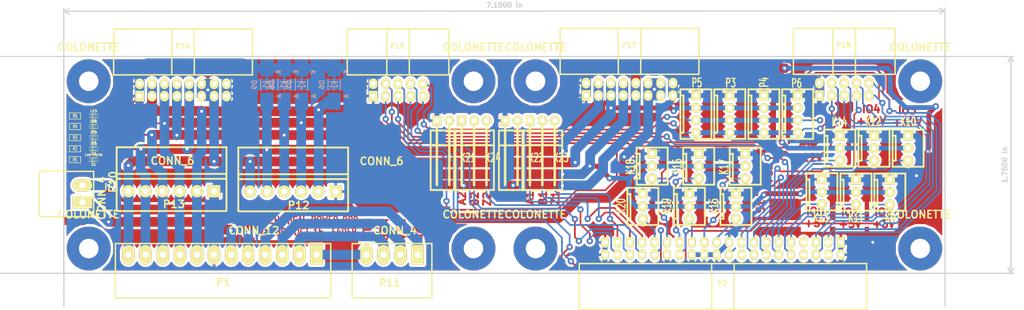
<source format=kicad_pcb>
(kicad_pcb (version 4) (host pcbnew 4.0.0-rc1-stable)
  (title_block (title "MECHANICAL POWER BOARD") (rev V0-10) (company F4DEB))
  (layers (0 F.Cu signal) (31 B.Cu signal) (34 B.Paste user) (35 F.Paste user) (36 B.SilkS user) (37 F.SilkS user) (38 B.Mask user) (39 F.Mask user) (44 Edge.Cuts user))
  (net 0 "")
  (net 1 +12V)
  (net 2 +15V)
  (net 3 +5V)
  (net 4 +5VD)
  (net 5 /A1)
  (net 6 /A2)
  (net 7 /B1)
  (net 8 /B2)
  (net 9 /IO0)
  (net 10 /IO1)
  (net 11 /IO2)
  (net 12 /IO3)
  (net 13 /IO4)
  (net 14 /IO5)
  (net 15 /IRQ0)
  (net 16 /IRQ2)
  (net 17 /M1A)
  (net 18 /M1B)
  (net 19 /M2A)
  (net 20 /M2B)
  (net 21 /M3A)
  (net 22 /M3B)
  (net 23 /RST)
  (net 24 /RX1)
  (net 25 /RX2)
  (net 26 /RX3)
  (net 27 /SCL)
  (net 28 /SDA)
  (net 29 /SERV1)
  (net 30 /SERV2)
  (net 31 /SERV3)
  (net 32 /SERV4)
  (net 33 /SERV5)
  (net 34 /SERV6)
  (net 35 /TX1)
  (net 36 /TX2)
  (net 37 /TX3)
  (net 38 /Z1)
  (net 39 /Z2)
  (net 40 GND)
  (net 41 "Net-(D1-Pad2)")
  (net 42 "Net-(D2-Pad2)")
  (net 43 "Net-(D3-Pad2)")
  (net 44 "Net-(D4-Pad2)")
  (net 45 +3V3)
  (net 46 "Net-(D5-Pad2)")
  (net 47 "Net-(K1-Pad1)")
  (net 48 "Net-(K2-Pad1)")
  (net 49 "Net-(K3-Pad1)")
  (net 50 "Net-(K4-Pad1)")
  (net 51 "Net-(K5-Pad1)")
  (net 52 "Net-(K6-Pad1)")
  (net 53 "Net-(K7-Pad1)")
  (net 54 "Net-(K8-Pad1)")
  (module WEIDMULLER6 (layer F.Cu) (at 110.744 66.6115 180)
    (fp_text reference P12 (at 7.58444 -2.84226 180) (layer F.SilkS) (effects (font (thickness 0.3048))))
    (fp_text value CONN_6 (at -9.398 6.223 180) (layer F.SilkS) (effects (font (thickness 0.3048))))
    (pad 1 thru_hole rect (at 0 0 180) (size 2.54 2.54) (drill 1.30048) (layers *.Cu *.Mask F.SilkS) (net 40 GND))
    (pad 2 thru_hole circle (at 3.4925 0 180) (size 2.54 2.54) (drill 1.30048) (layers *.Cu *.Mask F.SilkS) (net 45 +3V3))
    (pad 3 thru_hole circle (at 7.0485 0 180) (size 2.54 2.54) (drill 1.30048) (layers *.Cu *.Mask F.SilkS) (net 4 +5VD))
    (pad 4 thru_hole circle (at 10.541 0 180) (size 2.54 2.54) (drill 1.30048) (layers *.Cu *.Mask F.SilkS) (net 3 +5V))
    (pad 5 thru_hole circle (at 14.0335 0 180) (size 2.54 2.54) (drill 1.30048) (layers *.Cu *.Mask F.SilkS) (net 1 +12V))
    (pad 6 thru_hole circle (at 17.526 0 180) (size 2.54 2.54) (drill 1.30048) (layers *.Cu *.Mask F.SilkS) (net 2 +15V))
  )
  (module WEIDMULLER-6 (layer F.Cu) (at 85.852 66.548 180)
    (fp_text reference P13 (at 8.21944 -2.66446 180) (layer F.SilkS) (effects (font (thickness 0.3048))))
    (fp_text value CONN_6 (at 8.509 6.223 180) (layer F.SilkS) (effects (font (thickness 0.3048))))
    (pad 1 thru_hole rect (at 0 0 180) (size 2.54 2.54) (drill 1.30048) (layers *.Cu *.Mask F.SilkS) (net 40 GND))
    (pad 2 thru_hole circle (at 3.4925 0 180) (size 2.54 2.54) (drill 1.30048) (layers *.Cu *.Mask F.SilkS) (net 45 +3V3))
    (pad 3 thru_hole circle (at 7.0485 0 180) (size 2.54 2.54) (drill 1.30048) (layers *.Cu *.Mask F.SilkS) (net 4 +5VD))
    (pad 4 thru_hole circle (at 10.541 0 180) (size 2.54 2.54) (drill 1.30048) (layers *.Cu *.Mask F.SilkS) (net 3 +5V))
    (pad 5 thru_hole circle (at 14.0335 0 180) (size 2.54 2.54) (drill 1.30048) (layers *.Cu *.Mask F.SilkS) (net 1 +12V))
    (pad 6 thru_hole circle (at 17.526 0 180) (size 2.54 2.54) (drill 1.30048) (layers *.Cu *.Mask F.SilkS) (net 2 +15V))
  )
  (module SM0603_Resistor (layer F.Cu) (at 57.404 51.1175)
    (fp_text reference R5 (at 0 0) (layer F.SilkS) (effects (font (size 0.7112 0.4572) (thickness 0.1143))))
    (fp_text value 680 hide)
    (pad 1 smd rect (at -0.762 0) (size 0.635 1.143) (layers F.Cu F.Paste F.Mask) (net 40 GND))
    (pad 2 smd rect (at 0.762 0) (size 0.635 1.143) (layers F.Cu F.Paste F.Mask) (net 46 "Net-(D5-Pad2)"))
  )
  (module SM0603_Resistor (layer F.Cu) (at 57.404 60.071)
    (fp_text reference R1 (at 0 0) (layer F.SilkS) (effects (font (size 0.7112 0.4572) (thickness 0.1143))))
    (fp_text value 4.7k hide)
    (pad 1 smd rect (at -0.762 0) (size 0.635 1.143) (layers F.Cu F.Paste F.Mask) (net 40 GND))
    (pad 2 smd rect (at 0.762 0) (size 0.635 1.143) (layers F.Cu F.Paste F.Mask) (net 41 "Net-(D1-Pad2)"))
  )
  (module SM0603_Resistor (layer F.Cu) (at 57.404 55.5625)
    (fp_text reference R3 (at 0 0) (layer F.SilkS) (effects (font (size 0.7112 0.4572) (thickness 0.1143))))
    (fp_text value 1.5k hide)
    (pad 1 smd rect (at -0.762 0) (size 0.635 1.143) (layers F.Cu F.Paste F.Mask) (net 40 GND))
    (pad 2 smd rect (at 0.762 0) (size 0.635 1.143) (layers F.Cu F.Paste F.Mask) (net 43 "Net-(D3-Pad2)"))
  )
  (module SM0603_Resistor (layer F.Cu) (at 57.404 53.2765)
    (fp_text reference R4 (at 0 0) (layer F.SilkS) (effects (font (size 0.7112 0.4572) (thickness 0.1143))))
    (fp_text value 1.5k hide)
    (pad 1 smd rect (at -0.762 0) (size 0.635 1.143) (layers F.Cu F.Paste F.Mask) (net 40 GND))
    (pad 2 smd rect (at 0.762 0) (size 0.635 1.143) (layers F.Cu F.Paste F.Mask) (net 44 "Net-(D4-Pad2)"))
  )
  (module SM0603_Resistor (layer F.Cu) (at 57.404 57.8485)
    (fp_text reference R2 (at 0 0) (layer F.SilkS) (effects (font (size 0.7112 0.4572) (thickness 0.1143))))
    (fp_text value 4.7k hide)
    (pad 1 smd rect (at -0.762 0) (size 0.635 1.143) (layers F.Cu F.Paste F.Mask) (net 40 GND))
    (pad 2 smd rect (at 0.762 0) (size 0.635 1.143) (layers F.Cu F.Paste F.Mask) (net 42 "Net-(D2-Pad2)"))
  )
  (module LED-0603 (layer F.Cu) (at 61.214 60.071 180)
    (fp_text reference D1 (at 0 -1.016 180) (layer F.SilkS) (effects (font (size 0.508 0.508) (thickness 0.127))))
    (fp_text value "Led Verte" (at 0 1.016 180) (layer F.SilkS) (effects (font (size 0.508 0.508) (thickness 0.127))))
    (pad 1 smd rect (at -0.7493 0 180) (size 0.79756 0.79756) (layers F.Cu F.Paste F.Mask) (net 2 +15V))
    (pad 2 smd rect (at 0.7493 0 180) (size 0.79756 0.79756) (layers F.Cu F.Paste F.Mask) (net 41 "Net-(D1-Pad2)"))
  )
  (module LED-0603 (layer F.Cu) (at 61.214 51.1175 180)
    (fp_text reference D5 (at 0 -1.016 180) (layer F.SilkS) (effects (font (size 0.508 0.508) (thickness 0.127))))
    (fp_text value LED (at 0 1.016 180) (layer F.SilkS) (effects (font (size 0.508 0.508) (thickness 0.127))))
    (pad 1 smd rect (at -0.7493 0 180) (size 0.79756 0.79756) (layers F.Cu F.Paste F.Mask) (net 45 +3V3))
    (pad 2 smd rect (at 0.7493 0 180) (size 0.79756 0.79756) (layers F.Cu F.Paste F.Mask) (net 46 "Net-(D5-Pad2)"))
  )
  (module LED-0603 (layer F.Cu) (at 61.214 55.5625 180)
    (fp_text reference D3 (at 0 -1.016 180) (layer F.SilkS) (effects (font (size 0.508 0.508) (thickness 0.127))))
    (fp_text value LED (at 0 1.016 180) (layer F.SilkS) (effects (font (size 0.508 0.508) (thickness 0.127))))
    (pad 1 smd rect (at -0.7493 0 180) (size 0.79756 0.79756) (layers F.Cu F.Paste F.Mask) (net 3 +5V))
    (pad 2 smd rect (at 0.7493 0 180) (size 0.79756 0.79756) (layers F.Cu F.Paste F.Mask) (net 43 "Net-(D3-Pad2)"))
  )
  (module LED-0603 (layer F.Cu) (at 61.214 53.2765 180)
    (fp_text reference D4 (at 0 -1.016 180) (layer F.SilkS) (effects (font (size 0.508 0.508) (thickness 0.127))))
    (fp_text value LED (at 0 1.016 180) (layer F.SilkS) (effects (font (size 0.508 0.508) (thickness 0.127))))
    (pad 1 smd rect (at -0.7493 0 180) (size 0.79756 0.79756) (layers F.Cu F.Paste F.Mask) (net 4 +5VD))
    (pad 2 smd rect (at 0.7493 0 180) (size 0.79756 0.79756) (layers F.Cu F.Paste F.Mask) (net 44 "Net-(D4-Pad2)"))
  )
  (module LED-0603 (layer F.Cu) (at 61.214 57.8485 180)
    (fp_text reference D2 (at 0 -1.016 180) (layer F.SilkS) (effects (font (size 0.508 0.508) (thickness 0.127))))
    (fp_text value LED (at 0 1.016 180) (layer F.SilkS) (effects (font (size 0.508 0.508) (thickness 0.127))))
    (pad 1 smd rect (at -0.7493 0 180) (size 0.79756 0.79756) (layers F.Cu F.Paste F.Mask) (net 1 +12V))
    (pad 2 smd rect (at 0.7493 0 180) (size 0.79756 0.79756) (layers F.Cu F.Paste F.Mask) (net 42 "Net-(D2-Pad2)"))
  )
  (module KK-4 (layer F.Cu) (at 198.374 54.5465 90)
    (fp_text reference P4 (at 10.34542 0.05588 90) (layer F.SilkS) (effects (font (size 1.73482 1.08712) (thickness 0.27178))))
    (fp_text value CONN_4 hide)
    (pad 1 thru_hole rect (at 7.62 0 90) (size 1.99898 1.99898) (drill 1) (layers *.Cu *.Mask F.SilkS) (net 40 GND))
    (pad 2 thru_hole circle (at 5.08 0 90) (size 1.99898 1.99898) (drill 1) (layers *.Cu *.Mask F.SilkS) (net 4 +5VD))
    (pad 3 thru_hole circle (at 2.54 0 90) (size 1.99898 1.99898) (drill 1) (layers *.Cu *.Mask F.SilkS) (net 27 /SCL))
    (pad 4 thru_hole circle (at 0 0 90) (size 1.99898 1.99898) (drill 1) (layers *.Cu *.Mask F.SilkS) (net 28 /SDA))
  )
  (module KK-4 (layer F.Cu) (at 191.389 54.5465 90)
    (fp_text reference P3 (at 10.1981 0.1778 360) (layer F.SilkS) (effects (font (size 1.73482 1.08712) (thickness 0.27178))))
    (fp_text value CONN_4 hide)
    (pad 1 thru_hole rect (at 7.62 0 90) (size 1.99898 1.99898) (drill 1) (layers *.Cu *.Mask F.SilkS) (net 40 GND))
    (pad 2 thru_hole circle (at 5.08 0 90) (size 1.99898 1.99898) (drill 1) (layers *.Cu *.Mask F.SilkS) (net 4 +5VD))
    (pad 3 thru_hole circle (at 2.54 0 90) (size 1.99898 1.99898) (drill 1) (layers *.Cu *.Mask F.SilkS) (net 27 /SCL))
    (pad 4 thru_hole circle (at 0 0 90) (size 1.99898 1.99898) (drill 1) (layers *.Cu *.Mask F.SilkS) (net 28 /SDA))
  )
  (module KK-4 (layer F.Cu) (at 184.4675 54.5465 90)
    (fp_text reference P5 (at 10.23366 0.20574 360) (layer F.SilkS) (effects (font (size 1.73482 1.08712) (thickness 0.27178))))
    (fp_text value CONN_4 hide)
    (pad 1 thru_hole rect (at 7.62 0 90) (size 1.99898 1.99898) (drill 1) (layers *.Cu *.Mask F.SilkS) (net 40 GND))
    (pad 2 thru_hole circle (at 5.08 0 90) (size 1.99898 1.99898) (drill 1) (layers *.Cu *.Mask F.SilkS) (net 4 +5VD))
    (pad 3 thru_hole circle (at 2.54 0 90) (size 1.99898 1.99898) (drill 1) (layers *.Cu *.Mask F.SilkS) (net 27 /SCL))
    (pad 4 thru_hole circle (at 0 0 90) (size 1.99898 1.99898) (drill 1) (layers *.Cu *.Mask F.SilkS) (net 28 /SDA))
  )
  (module KK-4 (layer F.Cu) (at 205.2955 54.5465 90)
    (fp_text reference P6 (at 10.1219 -0.2159 180) (layer F.SilkS) (effects (font (size 1.73482 1.08712) (thickness 0.27178))))
    (fp_text value CONN_4 hide)
    (pad 1 thru_hole rect (at 7.62 0 90) (size 1.99898 1.99898) (drill 1) (layers *.Cu *.Mask F.SilkS) (net 40 GND))
    (pad 2 thru_hole circle (at 5.08 0 90) (size 1.99898 1.99898) (drill 1) (layers *.Cu *.Mask F.SilkS) (net 4 +5VD))
    (pad 3 thru_hole circle (at 2.54 0 90) (size 1.99898 1.99898) (drill 1) (layers *.Cu *.Mask F.SilkS) (net 27 /SCL))
    (pad 4 thru_hole circle (at 0 0 90) (size 1.99898 1.99898) (drill 1) (layers *.Cu *.Mask F.SilkS) (net 28 /SDA))
  )
  (module COLONETTE (layer F.Cu) (at 60.198 44.0055)
    (fp_text reference K1 (at 0 0) (layer F.SilkS) (effects (font (thickness 0.3048))))
    (fp_text value COLONETTE (at 0 -6.985) (layer F.SilkS) (effects (font (thickness 0.3048))))
    (pad 1 thru_hole circle (at 0 0) (size 8.99922 8.99922) (drill 4.0005) (layers *.Cu) (net 47 "Net-(K1-Pad1)"))
    (pad 1 thru_hole circle (at 0 0) (size 2 2) (drill 0.6) (layers *.Cu *.Mask F.SilkS) (net 47 "Net-(K1-Pad1)"))
  )
  (module COLONETTE (layer F.Cu) (at 60.198 78.2955)
    (fp_text reference K3 (at 0 0) (layer F.SilkS) (effects (font (thickness 0.3048))))
    (fp_text value COLONETTE (at 0 -6.985) (layer F.SilkS) (effects (font (thickness 0.3048))))
    (pad 1 thru_hole circle (at 0 0) (size 8.99922 8.99922) (drill 4.0005) (layers *.Cu) (net 49 "Net-(K3-Pad1)"))
    (pad 1 thru_hole circle (at 0 0) (size 2 2) (drill 0.6) (layers *.Cu *.Mask F.SilkS) (net 49 "Net-(K3-Pad1)"))
  )
  (module COLONETTE (layer F.Cu) (at 138.938 44.0055)
    (fp_text reference K5 (at 0 0) (layer F.SilkS) (effects (font (thickness 0.3048))))
    (fp_text value COLONETTE (at 0 -6.985) (layer F.SilkS) (effects (font (thickness 0.3048))))
    (pad 1 thru_hole circle (at 0 0) (size 8.99922 8.99922) (drill 4.0005) (layers *.Cu) (net 51 "Net-(K5-Pad1)"))
    (pad 1 thru_hole circle (at 0 0) (size 2 2) (drill 0.6) (layers *.Cu *.Mask F.SilkS) (net 51 "Net-(K5-Pad1)"))
  )
  (module COLONETTE (layer F.Cu) (at 138.938 78.2955)
    (fp_text reference K7 (at 0 0) (layer F.SilkS) (effects (font (thickness 0.3048))))
    (fp_text value COLONETTE (at 0 -6.985) (layer F.SilkS) (effects (font (thickness 0.3048))))
    (pad 1 thru_hole circle (at 0 0) (size 8.99922 8.99922) (drill 4.0005) (layers *.Cu) (net 53 "Net-(K7-Pad1)"))
    (pad 1 thru_hole circle (at 0 0) (size 2 2) (drill 0.6) (layers *.Cu *.Mask F.SilkS) (net 53 "Net-(K7-Pad1)"))
  )
  (module COLONETTE (layer F.Cu) (at 151.638 44.0055)
    (fp_text reference K2 (at 0 0) (layer F.SilkS) (effects (font (thickness 0.3048))))
    (fp_text value COLONETTE (at 0 -6.985) (layer F.SilkS) (effects (font (thickness 0.3048))))
    (pad 1 thru_hole circle (at 0 0) (size 8.99922 8.99922) (drill 4.0005) (layers *.Cu) (net 48 "Net-(K2-Pad1)"))
    (pad 1 thru_hole circle (at 0 0) (size 2 2) (drill 0.6) (layers *.Cu *.Mask F.SilkS) (net 48 "Net-(K2-Pad1)"))
  )
  (module COLONETTE (layer F.Cu) (at 151.638 78.2955)
    (fp_text reference K4 (at 0 0) (layer F.SilkS) (effects (font (thickness 0.3048))))
    (fp_text value COLONETTE (at 0 -6.985) (layer F.SilkS) (effects (font (thickness 0.3048))))
    (pad 1 thru_hole circle (at 0 0) (size 8.99922 8.99922) (drill 4.0005) (layers *.Cu) (net 50 "Net-(K4-Pad1)"))
    (pad 1 thru_hole circle (at 0 0) (size 2 2) (drill 0.6) (layers *.Cu *.Mask F.SilkS) (net 50 "Net-(K4-Pad1)"))
  )
  (module COLONETTE (layer F.Cu) (at 230.378 44.0055)
    (fp_text reference K6 (at 0 0) (layer F.SilkS) (effects (font (thickness 0.3048))))
    (fp_text value COLONETTE (at 0 -6.985) (layer F.SilkS) (effects (font (thickness 0.3048))))
    (pad 1 thru_hole circle (at 0 0) (size 8.99922 8.99922) (drill 4.0005) (layers *.Cu) (net 52 "Net-(K6-Pad1)"))
    (pad 1 thru_hole circle (at 0 0) (size 2 2) (drill 0.6) (layers *.Cu *.Mask F.SilkS) (net 52 "Net-(K6-Pad1)"))
  )
  (module COLONETTE (layer F.Cu) (at 230.378 78.2955)
    (fp_text reference K8 (at 0 0) (layer F.SilkS) (effects (font (thickness 0.3048))))
    (fp_text value COLONETTE (at 0 -6.985) (layer F.SilkS) (effects (font (thickness 0.3048))))
    (pad 1 thru_hole circle (at 0 0) (size 8.99922 8.99922) (drill 4.0005) (layers *.Cu) (net 54 "Net-(K8-Pad1)"))
    (pad 1 thru_hole circle (at 0 0) (size 2 2) (drill 0.6) (layers *.Cu *.Mask F.SilkS) (net 54 "Net-(K8-Pad1)"))
  )
  (module vasch_strip_5x2_90 (layer F.Cu) (at 214.8205 40.5765)
    (fp_text reference P18 (at -0.12446 -3.9497) (layer F.SilkS) (effects (font (thickness 0.2032))))
    (fp_text value CONN_5X2 hide)
    (pad 9 thru_hole oval (at 5.08 6.35) (size 1.8 2.2) (drill 1) (layers *.Cu *.Mask F.SilkS) (net 28 /SDA))
    (pad 10 thru_hole oval (at 5.08 3.81) (size 1.8 2.2) (drill 1) (layers *.Cu *.Mask F.SilkS) (net 27 /SCL))
    (pad 8 thru_hole oval (at 2.54 3.81) (size 1.8 2.2) (drill 1) (layers *.Cu *.Mask F.SilkS) (net 23 /RST))
    (pad 7 thru_hole oval (at 2.54 6.35) (size 1.8 2.2) (drill 1) (layers *.Cu *.Mask F.SilkS) (net 15 /IRQ0))
    (pad 1 thru_hole rect (at -5.08 6.35) (size 1.8 2.2) (drill 1) (layers *.Cu *.Mask F.SilkS) (net 40 GND))
    (pad 2 thru_hole oval (at -5.08 3.81) (size 1.8 2.2) (drill 1) (layers *.Cu *.Mask F.SilkS) (net 40 GND))
    (pad 3 thru_hole oval (at -2.54 6.35) (size 1.8 2.2) (drill 1) (layers *.Cu *.Mask F.SilkS) (net 37 /TX3))
    (pad 4 thru_hole oval (at -2.54 3.81) (size 1.8 2.2) (drill 1) (layers *.Cu *.Mask F.SilkS) (net 26 /RX3))
    (pad 5 thru_hole oval (at 0 6.35) (size 1.8 2.2) (drill 1) (layers *.Cu *.Mask F.SilkS) (net 24 /RX1))
    (pad 6 thru_hole oval (at 0 3.81) (size 1.8 2.2) (drill 1) (layers *.Cu *.Mask F.SilkS) (net 35 /TX1))
  )
  (module vasch_strip_5x2_90 (layer F.Cu) (at 123.5075 40.7035)
    (fp_text reference P19 (at -0.1905 -3.93446) (layer F.SilkS) (effects (font (thickness 0.2032))))
    (fp_text value CONN_5X2 hide)
    (pad 9 thru_hole oval (at 5.08 6.35) (size 1.8 2.2) (drill 1) (layers *.Cu *.Mask F.SilkS) (net 28 /SDA))
    (pad 10 thru_hole oval (at 5.08 3.81) (size 1.8 2.2) (drill 1) (layers *.Cu *.Mask F.SilkS) (net 27 /SCL))
    (pad 8 thru_hole oval (at 2.54 3.81) (size 1.8 2.2) (drill 1) (layers *.Cu *.Mask F.SilkS) (net 23 /RST))
    (pad 7 thru_hole oval (at 2.54 6.35) (size 1.8 2.2) (drill 1) (layers *.Cu *.Mask F.SilkS) (net 16 /IRQ2))
    (pad 1 thru_hole rect (at -5.08 6.35) (size 1.8 2.2) (drill 1) (layers *.Cu *.Mask F.SilkS) (net 40 GND))
    (pad 2 thru_hole oval (at -5.08 3.81) (size 1.8 2.2) (drill 1) (layers *.Cu *.Mask F.SilkS) (net 40 GND))
    (pad 3 thru_hole oval (at -2.54 6.35) (size 1.8 2.2) (drill 1) (layers *.Cu *.Mask F.SilkS) (net 26 /RX3))
    (pad 4 thru_hole oval (at -2.54 3.81) (size 1.8 2.2) (drill 1) (layers *.Cu *.Mask F.SilkS) (net 37 /TX3))
    (pad 5 thru_hole oval (at 0 6.35) (size 1.8 2.2) (drill 1) (layers *.Cu *.Mask F.SilkS) (net 25 /RX2))
    (pad 6 thru_hole oval (at 0 3.81) (size 1.8 2.2) (drill 1) (layers *.Cu *.Mask F.SilkS) (net 36 /TX2))
  )
  (module vasch_strip_8x2_90 (layer F.Cu) (at 170.8785 40.5765)
    (fp_text reference P17 (at -0.0635 -3.93446) (layer F.SilkS) (effects (font (thickness 0.2032))))
    (fp_text value CONN_8X2 hide)
    (pad 16 thru_hole oval (at 8.89 3.81) (size 1.8 2.2) (drill 1) (layers *.Cu *.Mask F.SilkS) (net 40 GND))
    (pad 15 thru_hole oval (at 8.89 6.35) (size 1.8 2.2) (drill 1) (layers *.Cu *.Mask F.SilkS) (net 40 GND))
    (pad 13 thru_hole oval (at 6.35 6.35) (size 1.8 2.2) (drill 1) (layers *.Cu *.Mask F.SilkS) (net 2 +15V))
    (pad 14 thru_hole oval (at 6.35 3.81) (size 1.8 2.2) (drill 1) (layers *.Cu *.Mask F.SilkS) (net 2 +15V))
    (pad 12 thru_hole oval (at 3.81 3.81) (size 1.8 2.2) (drill 1) (layers *.Cu *.Mask F.SilkS) (net 2 +15V))
    (pad 11 thru_hole oval (at 3.81 6.35) (size 1.8 2.2) (drill 1) (layers *.Cu *.Mask F.SilkS) (net 2 +15V))
    (pad 9 thru_hole oval (at 1.27 6.35) (size 1.8 2.2) (drill 1) (layers *.Cu *.Mask F.SilkS) (net 1 +12V))
    (pad 10 thru_hole oval (at 1.27 3.81) (size 1.8 2.2) (drill 1) (layers *.Cu *.Mask F.SilkS) (net 1 +12V))
    (pad 8 thru_hole oval (at -1.27 3.81) (size 1.8 2.2) (drill 1) (layers *.Cu *.Mask F.SilkS) (net 3 +5V))
    (pad 7 thru_hole oval (at -1.27 6.35) (size 1.8 2.2) (drill 1) (layers *.Cu *.Mask F.SilkS) (net 3 +5V))
    (pad 1 thru_hole rect (at -8.89 6.35) (size 1.8 2.2) (drill 1) (layers *.Cu *.Mask F.SilkS) (net 40 GND))
    (pad 2 thru_hole oval (at -8.89 3.81) (size 1.8 2.2) (drill 1) (layers *.Cu *.Mask F.SilkS) (net 40 GND))
    (pad 3 thru_hole oval (at -6.35 6.35) (size 1.8 2.2) (drill 1) (layers *.Cu *.Mask F.SilkS) (net 45 +3V3))
    (pad 4 thru_hole oval (at -6.35 3.81) (size 1.8 2.2) (drill 1) (layers *.Cu *.Mask F.SilkS) (net 45 +3V3))
    (pad 5 thru_hole oval (at -3.81 6.35) (size 1.8 2.2) (drill 1) (layers *.Cu *.Mask F.SilkS) (net 4 +5VD))
    (pad 6 thru_hole oval (at -3.81 3.81) (size 1.8 2.2) (drill 1) (layers *.Cu *.Mask F.SilkS) (net 4 +5VD))
  )
  (module vasch_strip_8x2_90 (layer F.Cu) (at 79.502 40.7035)
    (fp_text reference P15 (at -0.0254 -3.98526) (layer F.SilkS) (effects (font (thickness 0.2032))))
    (fp_text value CONN_8X2 hide)
    (pad 16 thru_hole oval (at 8.89 3.81) (size 1.8 2.2) (drill 1) (layers *.Cu *.Mask F.SilkS) (net 40 GND))
    (pad 15 thru_hole oval (at 8.89 6.35) (size 1.8 2.2) (drill 1) (layers *.Cu *.Mask F.SilkS) (net 40 GND))
    (pad 13 thru_hole oval (at 6.35 6.35) (size 1.8 2.2) (drill 1) (layers *.Cu *.Mask F.SilkS) (net 2 +15V))
    (pad 14 thru_hole oval (at 6.35 3.81) (size 1.8 2.2) (drill 1) (layers *.Cu *.Mask F.SilkS) (net 2 +15V))
    (pad 12 thru_hole oval (at 3.81 3.81) (size 1.8 2.2) (drill 1) (layers *.Cu *.Mask F.SilkS) (net 2 +15V))
    (pad 11 thru_hole oval (at 3.81 6.35) (size 1.8 2.2) (drill 1) (layers *.Cu *.Mask F.SilkS) (net 2 +15V))
    (pad 9 thru_hole oval (at 1.27 6.35) (size 1.8 2.2) (drill 1) (layers *.Cu *.Mask F.SilkS) (net 1 +12V))
    (pad 10 thru_hole oval (at 1.27 3.81) (size 1.8 2.2) (drill 1) (layers *.Cu *.Mask F.SilkS) (net 1 +12V))
    (pad 8 thru_hole oval (at -1.27 3.81) (size 1.8 2.2) (drill 1) (layers *.Cu *.Mask F.SilkS) (net 3 +5V))
    (pad 7 thru_hole oval (at -1.27 6.35) (size 1.8 2.2) (drill 1) (layers *.Cu *.Mask F.SilkS) (net 3 +5V))
    (pad 1 thru_hole rect (at -8.89 6.35) (size 1.8 2.2) (drill 1) (layers *.Cu *.Mask F.SilkS) (net 40 GND))
    (pad 2 thru_hole oval (at -8.89 3.81) (size 1.8 2.2) (drill 1) (layers *.Cu *.Mask F.SilkS) (net 40 GND))
    (pad 3 thru_hole oval (at -6.35 6.35) (size 1.8 2.2) (drill 1) (layers *.Cu *.Mask F.SilkS) (net 45 +3V3))
    (pad 4 thru_hole oval (at -6.35 3.81) (size 1.8 2.2) (drill 1) (layers *.Cu *.Mask F.SilkS) (net 45 +3V3))
    (pad 5 thru_hole oval (at -3.81 6.35) (size 1.8 2.2) (drill 1) (layers *.Cu *.Mask F.SilkS) (net 4 +5VD))
    (pad 6 thru_hole oval (at -3.81 3.81) (size 1.8 2.2) (drill 1) (layers *.Cu *.Mask F.SilkS) (net 4 +5VD))
  )
  (module vasch_strip_20x2_90 (layer F.Cu) (at 189.992 83.3755 180)
    (fp_text reference P2 (at 0.127 -2.0955 180) (layer F.SilkS) (effects (font (thickness 0.2032))))
    (fp_text value HE10-40 hide)
    (pad 37 thru_hole oval (at 21.59 6.35 180) (size 1.6 2.2) (drill 1) (layers *.Cu *.Mask F.SilkS) (net 38 /Z1))
    (pad 38 thru_hole oval (at 21.59 3.81 180) (size 1.6 2.2) (drill 1) (layers *.Cu *.Mask F.SilkS) (net 39 /Z2))
    (pad 40 thru_hole oval (at 24.13 3.81 180) (size 1.6 2.2) (drill 1) (layers *.Cu *.Mask F.SilkS) (net 40 GND))
    (pad 39 thru_hole oval (at 24.13 6.35 180) (size 1.6 2.2) (drill 1) (layers *.Cu *.Mask F.SilkS) (net 40 GND))
    (pad 35 thru_hole oval (at 19.05 6.35 180) (size 1.6 2.2) (drill 1) (layers *.Cu *.Mask F.SilkS) (net 7 /B1))
    (pad 36 thru_hole oval (at 19.05 3.81 180) (size 1.6 2.2) (drill 1) (layers *.Cu *.Mask F.SilkS) (net 8 /B2))
    (pad 34 thru_hole oval (at 16.51 3.81 180) (size 1.6 2.2) (drill 1) (layers *.Cu *.Mask F.SilkS) (net 6 /A2))
    (pad 33 thru_hole oval (at 16.51 6.35 180) (size 1.6 2.2) (drill 1) (layers *.Cu *.Mask F.SilkS) (net 5 /A1))
    (pad 31 thru_hole oval (at 13.97 6.35 180) (size 1.6 2.2) (drill 1) (layers *.Cu *.Mask F.SilkS) (net 34 /SERV6))
    (pad 32 thru_hole oval (at 13.97 3.81 180) (size 1.6 2.2) (drill 1) (layers *.Cu *.Mask F.SilkS) (net 16 /IRQ2))
    (pad 27 thru_hole oval (at 8.89 6.35 180) (size 1.6 2.2) (drill 1) (layers *.Cu *.Mask F.SilkS) (net 32 /SERV4))
    (pad 28 thru_hole oval (at 8.89 3.81 180) (size 1.6 2.2) (drill 1) (layers *.Cu *.Mask F.SilkS) (net 23 /RST))
    (pad 30 thru_hole oval (at 11.43 3.81 180) (size 1.6 2.2) (drill 1) (layers *.Cu *.Mask F.SilkS) (net 40 GND))
    (pad 29 thru_hole oval (at 11.43 6.35 180) (size 1.6 2.2) (drill 1) (layers *.Cu *.Mask F.SilkS) (net 33 /SERV5))
    (pad 25 thru_hole oval (at 6.35 6.35 180) (size 1.6 2.2) (drill 1) (layers *.Cu *.Mask F.SilkS) (net 31 /SERV3))
    (pad 26 thru_hole oval (at 6.35 3.81 180) (size 1.6 2.2) (drill 1) (layers *.Cu *.Mask F.SilkS) (net 40 GND))
    (pad 24 thru_hole oval (at 3.81 3.81 180) (size 1.6 2.2) (drill 1) (layers *.Cu *.Mask F.SilkS) (net 40 GND))
    (pad 23 thru_hole oval (at 3.81 6.35 180) (size 1.6 2.2) (drill 1) (layers *.Cu *.Mask F.SilkS) (net 30 /SERV2))
    (pad 21 thru_hole oval (at 1.27 6.35 180) (size 1.6 2.2) (drill 1) (layers *.Cu *.Mask F.SilkS) (net 29 /SERV1))
    (pad 22 thru_hole oval (at 1.27 3.81 180) (size 1.6 2.2) (drill 1) (layers *.Cu *.Mask F.SilkS) (net 40 GND))
    (pad 20 thru_hole oval (at -1.27 3.81 180) (size 1.6 2.2) (drill 1) (layers *.Cu *.Mask F.SilkS))
    (pad 19 thru_hole oval (at -1.27 6.35 180) (size 1.6 2.2) (drill 1) (layers *.Cu *.Mask F.SilkS) (net 40 GND))
    (pad 17 thru_hole oval (at -3.81 6.35 180) (size 1.6 2.2) (drill 1) (layers *.Cu *.Mask F.SilkS) (net 15 /IRQ0))
    (pad 18 thru_hole oval (at -3.81 3.81 180) (size 1.6 2.2) (drill 1) (layers *.Cu *.Mask F.SilkS))
    (pad 16 thru_hole oval (at -6.35 3.81 180) (size 1.6 2.2) (drill 1) (layers *.Cu *.Mask F.SilkS) (net 36 /TX2))
    (pad 15 thru_hole oval (at -6.35 6.35 180) (size 1.6 2.2) (drill 1) (layers *.Cu *.Mask F.SilkS) (net 25 /RX2))
    (pad 13 thru_hole oval (at -8.89 6.35 180) (size 1.6 2.2) (drill 1) (layers *.Cu *.Mask F.SilkS) (net 13 /IO4))
    (pad 14 thru_hole oval (at -8.89 3.81 180) (size 1.6 2.2) (drill 1) (layers *.Cu *.Mask F.SilkS) (net 14 /IO5))
    (pad 12 thru_hole oval (at -11.43 3.81 180) (size 1.6 2.2) (drill 1) (layers *.Cu *.Mask F.SilkS) (net 12 /IO3))
    (pad 11 thru_hole oval (at -11.43 6.35 180) (size 1.6 2.2) (drill 1) (layers *.Cu *.Mask F.SilkS) (net 11 /IO2))
    (pad 9 thru_hole oval (at -13.97 6.35 180) (size 1.6 2.2) (drill 1) (layers *.Cu *.Mask F.SilkS) (net 9 /IO0))
    (pad 10 thru_hole oval (at -13.97 3.81 180) (size 1.6 2.2) (drill 1) (layers *.Cu *.Mask F.SilkS) (net 10 /IO1))
    (pad 8 thru_hole oval (at -16.51 3.81 180) (size 1.6 2.2) (drill 1) (layers *.Cu *.Mask F.SilkS))
    (pad 7 thru_hole oval (at -16.51 6.35 180) (size 1.6 2.2) (drill 1) (layers *.Cu *.Mask F.SilkS))
    (pad 1 thru_hole rect (at -24.13 6.35 180) (size 1.6 2.2) (drill 1) (layers *.Cu *.Mask F.SilkS) (net 40 GND))
    (pad 2 thru_hole oval (at -24.13 3.81 180) (size 1.6 2.2) (drill 1) (layers *.Cu *.Mask F.SilkS) (net 40 GND))
    (pad 3 thru_hole oval (at -21.59 6.35 180) (size 1.6 2.2) (drill 1) (layers *.Cu *.Mask F.SilkS) (net 28 /SDA))
    (pad 4 thru_hole oval (at -21.59 3.81 180) (size 1.6 2.2) (drill 1) (layers *.Cu *.Mask F.SilkS) (net 27 /SCL))
    (pad 5 thru_hole oval (at -19.05 6.35 180) (size 1.6 2.2) (drill 1) (layers *.Cu *.Mask F.SilkS) (net 24 /RX1))
    (pad 6 thru_hole oval (at -19.05 3.81 180) (size 1.6 2.2) (drill 1) (layers *.Cu *.Mask F.SilkS) (net 35 /TX1))
  )
  (module WEIDMULLER-SL-3.5-12-90G (layer F.Cu) (at 65.659 77.2795)
    (fp_text reference P1 (at 22.098 7.9375) (layer F.SilkS) (effects (font (thickness 0.3048))))
    (fp_text value CONN_12 (at 28.321 -2.667) (layer F.SilkS) (effects (font (thickness 0.3048))))
    (pad 12 thru_hole oval (at 2.667 2.286) (size 2.54 4) (drill 1.30048) (layers *.Cu *.Mask F.SilkS) (net 2 +15V))
    (pad 11 thru_hole oval (at 6.1595 2.286) (size 2.54 4) (drill 1.30048) (layers *.Cu *.Mask F.SilkS) (net 1 +12V))
    (pad 10 thru_hole oval (at 9.7155 2.286) (size 2.54 4) (drill 1.30048) (layers *.Cu *.Mask F.SilkS) (net 3 +5V))
    (pad 9 thru_hole oval (at 13.208 2.286) (size 2.54 4) (drill 1.30048) (layers *.Cu *.Mask F.SilkS) (net 4 +5VD))
    (pad 8 thru_hole oval (at 16.7005 2.286) (size 2.54 4) (drill 1.30048) (layers *.Cu *.Mask F.SilkS) (net 45 +3V3))
    (pad 7 thru_hole oval (at 20.193 2.286) (size 2.54 4) (drill 1.30048) (layers *.Cu *.Mask F.SilkS) (net 40 GND))
    (pad 6 thru_hole oval (at 23.6855 2.286) (size 2.54 4) (drill 1.30048) (layers *.Cu *.Mask F.SilkS) (net 22 /M3B))
    (pad 5 thru_hole oval (at 27.178 2.286) (size 2.54 4) (drill 1.30048) (layers *.Cu *.Mask F.SilkS) (net 21 /M3A))
    (pad 4 thru_hole oval (at 30.6705 2.286) (size 2.54 4) (drill 1.30048) (layers *.Cu *.Mask F.SilkS) (net 20 /M2B))
    (pad 3 thru_hole oval (at 34.163 2.286) (size 2.54 4) (drill 1.30048) (layers *.Cu *.Mask F.SilkS) (net 19 /M2A))
    (pad 2 thru_hole oval (at 37.6555 2.286) (size 2.54 4) (drill 1.30048) (layers *.Cu *.Mask F.SilkS) (net 18 /M1B))
    (pad 1 thru_hole rect (at 41.148 2.286) (size 2.54 4) (drill 1.30048) (layers *.Cu *.Mask F.SilkS) (net 17 /M1A))
  )
  (module KK-3 (layer F.Cu) (at 224.155 69.2785 90)
    (fp_text reference K9 (at -2.7813 0.09144 180) (layer F.SilkS) (effects (font (size 1.73482 1.08712) (thickness 0.27178))))
    (fp_text value CONN_3 hide)
    (pad 1 thru_hole rect (at 5.08 0 90) (size 1.89992 2.10058) (drill 1) (layers *.Cu *.Mask F.SilkS) (net 40 GND))
    (pad 2 thru_hole circle (at 2.54 0 90) (size 2.10058 2.10058) (drill 1) (layers *.Cu *.Mask F.SilkS) (net 3 +5V))
    (pad 3 thru_hole circle (at 0 0 90) (size 2.10058 2.10058) (drill 1) (layers *.Cu *.Mask F.SilkS) (net 9 /IO0))
  )
  (module KK-3 (layer F.Cu) (at 217.2335 69.2785 90)
    (fp_text reference K11 (at -2.75082 0.00254 180) (layer F.SilkS) (effects (font (size 1.73482 1.08712) (thickness 0.27178))))
    (fp_text value CONN_3 hide)
    (pad 1 thru_hole rect (at 5.08 0 90) (size 1.89992 2.10058) (drill 1) (layers *.Cu *.Mask F.SilkS) (net 40 GND))
    (pad 2 thru_hole circle (at 2.54 0 90) (size 2.10058 2.10058) (drill 1) (layers *.Cu *.Mask F.SilkS) (net 3 +5V))
    (pad 3 thru_hole circle (at 0 0 90) (size 2.10058 2.10058) (drill 1) (layers *.Cu *.Mask F.SilkS) (net 10 /IO1))
  )
  (module KK-3 (layer F.Cu) (at 227.9015 60.2615 90)
    (fp_text reference K10 (at 7.94766 0.0127 180) (layer F.SilkS) (effects (font (size 1.73482 1.08712) (thickness 0.27178))))
    (fp_text value CONN_3 hide)
    (pad 1 thru_hole rect (at 5.08 0 90) (size 1.89992 2.10058) (drill 1) (layers *.Cu *.Mask F.SilkS) (net 40 GND))
    (pad 2 thru_hole circle (at 2.54 0 90) (size 2.10058 2.10058) (drill 1) (layers *.Cu *.Mask F.SilkS) (net 1 +12V))
    (pad 3 thru_hole circle (at 0 0 90) (size 2.10058 2.10058) (drill 1) (layers *.Cu *.Mask F.SilkS) (net 12 /IO3))
  )
  (module KK-3 (layer F.Cu) (at 210.2485 69.215 90)
    (fp_text reference K13 (at -2.75844 -0.1651 180) (layer F.SilkS) (effects (font (size 1.73482 1.08712) (thickness 0.27178))))
    (fp_text value CONN_3 hide)
    (pad 1 thru_hole rect (at 5.08 0 90) (size 1.89992 2.10058) (drill 1) (layers *.Cu *.Mask F.SilkS) (net 40 GND))
    (pad 2 thru_hole circle (at 2.54 0 90) (size 2.10058 2.10058) (drill 1) (layers *.Cu *.Mask F.SilkS) (net 3 +5V))
    (pad 3 thru_hole circle (at 0 0 90) (size 2.10058 2.10058) (drill 1) (layers *.Cu *.Mask F.SilkS) (net 11 /IO2))
  )
  (module KK-3 (layer F.Cu) (at 220.9165 60.2615 90)
    (fp_text reference K12 (at 7.95782 -0.1905 180) (layer F.SilkS) (effects (font (size 1.73482 1.08712) (thickness 0.27178))))
    (fp_text value CONN_3 hide)
    (pad 1 thru_hole rect (at 5.08 0 90) (size 1.89992 2.10058) (drill 1) (layers *.Cu *.Mask F.SilkS) (net 40 GND))
    (pad 2 thru_hole circle (at 2.54 0 90) (size 2.10058 2.10058) (drill 1) (layers *.Cu *.Mask F.SilkS) (net 1 +12V))
    (pad 3 thru_hole circle (at 0 0 90) (size 2.10058 2.10058) (drill 1) (layers *.Cu *.Mask F.SilkS) (net 13 /IO4))
  )
  (module KK-3 (layer F.Cu) (at 213.9315 60.2615 90)
    (fp_text reference K14 (at 7.90194 -0.07874 180) (layer F.SilkS) (effects (font (size 1.73482 1.08712) (thickness 0.27178))))
    (fp_text value CONN_3 hide)
    (pad 1 thru_hole rect (at 5.08 0 90) (size 1.89992 2.10058) (drill 1) (layers *.Cu *.Mask F.SilkS) (net 40 GND))
    (pad 2 thru_hole circle (at 2.54 0 90) (size 2.10058 2.10058) (drill 1) (layers *.Cu *.Mask F.SilkS) (net 1 +12V))
    (pad 3 thru_hole circle (at 0 0 90) (size 2.10058 2.10058) (drill 1) (layers *.Cu *.Mask F.SilkS) (net 14 /IO5))
  )
  (module KK-3 (layer F.Cu) (at 192.659 72.1995 90)
    (fp_text reference K15 (at 2.6289 -4.5212 90) (layer F.SilkS) (effects (font (size 1.73482 1.08712) (thickness 0.27178))))
    (fp_text value CONN_3 hide)
    (pad 1 thru_hole rect (at 5.08 0 90) (size 1.89992 2.10058) (drill 1) (layers *.Cu *.Mask F.SilkS) (net 40 GND))
    (pad 2 thru_hole circle (at 2.54 0 90) (size 2.10058 2.10058) (drill 1) (layers *.Cu *.Mask F.SilkS) (net 3 +5V))
    (pad 3 thru_hole circle (at 0 0 90) (size 2.10058 2.10058) (drill 1) (layers *.Cu *.Mask F.SilkS) (net 29 /SERV1))
  )
  (module KK-3 (layer F.Cu) (at 194.564 63.9445 90)
    (fp_text reference K17 (at 2.3749 -4.3688 90) (layer F.SilkS) (effects (font (size 1.73482 1.08712) (thickness 0.27178))))
    (fp_text value CONN_3 hide)
    (pad 1 thru_hole rect (at 5.08 0 90) (size 1.89992 2.10058) (drill 1) (layers *.Cu *.Mask F.SilkS) (net 40 GND))
    (pad 2 thru_hole circle (at 2.54 0 90) (size 2.10058 2.10058) (drill 1) (layers *.Cu *.Mask F.SilkS) (net 3 +5V))
    (pad 3 thru_hole circle (at 0 0 90) (size 2.10058 2.10058) (drill 1) (layers *.Cu *.Mask F.SilkS) (net 30 /SERV2))
  )
  (module KK-3 (layer F.Cu) (at 183.134 72.1995 90)
    (fp_text reference K19 (at 2.6289 -4.63296 90) (layer F.SilkS) (effects (font (size 1.73482 1.08712) (thickness 0.27178))))
    (fp_text value CONN_3 hide)
    (pad 1 thru_hole rect (at 5.08 0 90) (size 1.89992 2.10058) (drill 1) (layers *.Cu *.Mask F.SilkS) (net 40 GND))
    (pad 2 thru_hole circle (at 2.54 0 90) (size 2.10058 2.10058) (drill 1) (layers *.Cu *.Mask F.SilkS) (net 3 +5V))
    (pad 3 thru_hole circle (at 0 0 90) (size 2.10058 2.10058) (drill 1) (layers *.Cu *.Mask F.SilkS) (net 31 /SERV3))
  )
  (module KK-3 (layer F.Cu) (at 185.039 63.9445 90)
    (fp_text reference K16 (at 2.5019 -4.37896 90) (layer F.SilkS) (effects (font (size 1.73482 1.08712) (thickness 0.27178))))
    (fp_text value CONN_3 hide)
    (pad 1 thru_hole rect (at 5.08 0 90) (size 1.89992 2.10058) (drill 1) (layers *.Cu *.Mask F.SilkS) (net 40 GND))
    (pad 2 thru_hole circle (at 2.54 0 90) (size 2.10058 2.10058) (drill 1) (layers *.Cu *.Mask F.SilkS) (net 3 +5V))
    (pad 3 thru_hole circle (at 0 0 90) (size 2.10058 2.10058) (drill 1) (layers *.Cu *.Mask F.SilkS) (net 32 /SERV4))
  )
  (module KK-3 (layer F.Cu) (at 175.514 63.9445 90)
    (fp_text reference K18 (at 2.39014 -4.40944 90) (layer F.SilkS) (effects (font (size 1.73482 1.08712) (thickness 0.27178))))
    (fp_text value CONN_3 hide)
    (pad 1 thru_hole rect (at 5.08 0 90) (size 1.89992 2.10058) (drill 1) (layers *.Cu *.Mask F.SilkS) (net 40 GND))
    (pad 2 thru_hole circle (at 2.54 0 90) (size 2.10058 2.10058) (drill 1) (layers *.Cu *.Mask F.SilkS) (net 3 +5V))
    (pad 3 thru_hole circle (at 0 0 90) (size 2.10058 2.10058) (drill 1) (layers *.Cu *.Mask F.SilkS) (net 33 /SERV5))
  )
  (module KK-3 (layer F.Cu) (at 173.609 72.1995 90)
    (fp_text reference K20 (at 2.6289 -4.445 90) (layer F.SilkS) (effects (font (size 1.73482 1.08712) (thickness 0.27178))))
    (fp_text value CONN_3 hide)
    (pad 1 thru_hole rect (at 5.08 0 90) (size 1.89992 2.10058) (drill 1) (layers *.Cu *.Mask F.SilkS) (net 40 GND))
    (pad 2 thru_hole circle (at 2.54 0 90) (size 2.10058 2.10058) (drill 1) (layers *.Cu *.Mask F.SilkS) (net 3 +5V))
    (pad 3 thru_hole circle (at 0 0 90) (size 2.10058 2.10058) (drill 1) (layers *.Cu *.Mask F.SilkS) (net 34 /SERV6))
  )
  (module WEIDMULLER-SL-3.5-4-90G (layer F.Cu) (at 114.1095 77.2795)
    (fp_text reference P11 (at 7.6835 8.0645) (layer F.SilkS) (effects (font (thickness 0.3048))))
    (fp_text value CONN_4 (at 8.763 -2.667) (layer F.SilkS) (effects (font (thickness 0.3048))))
    (pad 4 thru_hole oval (at 2.921 2.286) (size 2.54 4) (drill 1.30048) (layers *.Cu *.Mask F.SilkS) (net 17 /M1A))
    (pad 3 thru_hole oval (at 6.4135 2.286) (size 2.54 4) (drill 1.30048) (layers *.Cu *.Mask F.SilkS) (net 18 /M1B))
    (pad 2 thru_hole oval (at 9.906 2.286) (size 2.54 4) (drill 1.30048) (layers *.Cu *.Mask F.SilkS) (net 19 /M2A))
    (pad 1 thru_hole rect (at 13.3985 2.286) (size 2.54 4) (drill 1.30048) (layers *.Cu *.Mask F.SilkS) (net 20 /M2B))
  )
  (module WEIDMULLER-SL-3.5-2-90G (layer F.Cu) (at 58.928 68.834 270)
    (fp_text reference P10 (at -4.191 -6.223 270) (layer F.SilkS) (effects (font (thickness 0.3048))))
    (fp_text value CONN_4 (at -0.889 -3.937 270) (layer F.SilkS) (effects (font (thickness 0.3048))))
    (pad 2 thru_hole oval (at -3.4925 0 270) (size 2.54 4) (drill 1.30048) (layers *.Cu *.Mask F.SilkS) (net 21 /M3A))
    (pad 1 thru_hole rect (at 0 0 270) (size 2.54 4) (drill 1.30048) (layers *.Cu *.Mask F.SilkS) (net 22 /M3B))
  )
  (module Diodes_SMD:MELF_Handsoldering (layer B.Cu) (at 96.647 44.704 270)
    (fp_text reference D9 (at 0 2.54 270) (layer B.SilkS) (effects (justify mirror)))
    (fp_text value 13V)
    (fp_text user K (at -2.55 -2.45 270) (layer B.SilkS) (effects (justify mirror)))
    (fp_text user A (at 2.35 -2.5 270) (layer B.SilkS) (effects (justify mirror)))
    (pad 1 smd rect (at -3.40106 0 270) (size 3.50012 2.70002) (layers B.Cu B.Paste B.Mask) (net 40 GND))
    (pad 2 smd rect (at 3.40106 0 270) (size 3.50012 2.70002) (layers B.Cu B.Paste B.Mask) (net 1 +12V))
  )
  (module Diodes_SMD:MELF_Handsoldering (layer B.Cu) (at 100.203 44.704 270)
    (fp_text reference D8 (at 0 2.54 270) (layer B.SilkS) (effects (justify mirror)))
    (fp_text value 5V6)
    (fp_text user K (at -2.55 -2.45 270) (layer B.SilkS) (effects (justify mirror)))
    (fp_text user A (at 2.35 -2.5 270) (layer B.SilkS) (effects (justify mirror)))
    (pad 1 smd rect (at -3.40106 0 270) (size 3.50012 2.70002) (layers B.Cu B.Paste B.Mask) (net 40 GND))
    (pad 2 smd rect (at 3.40106 0 270) (size 3.50012 2.70002) (layers B.Cu B.Paste B.Mask) (net 3 +5V))
  )
  (module Diodes_SMD:MELF_Handsoldering (layer B.Cu) (at 103.759 44.704 270)
    (fp_text reference D7 (at 0 2.54 270) (layer B.SilkS) (effects (justify mirror)))
    (fp_text value 5V6)
    (fp_text user K (at -2.55 -2.45 270) (layer B.SilkS) (effects (justify mirror)))
    (fp_text user A (at 2.35 -2.5 270) (layer B.SilkS) (effects (justify mirror)))
    (pad 1 smd rect (at -3.40106 0 270) (size 3.50012 2.70002) (layers B.Cu B.Paste B.Mask) (net 40 GND))
    (pad 2 smd rect (at 3.40106 0 270) (size 3.50012 2.70002) (layers B.Cu B.Paste B.Mask) (net 4 +5VD))
  )
  (module Diodes_SMD:MELF_Handsoldering (layer B.Cu) (at 110.4265 44.704 270)
    (fp_text reference D6 (at 0 2.54 270) (layer B.SilkS) (effects (justify mirror)))
    (fp_text value 3V6)
    (fp_text user K (at -2.55 -2.45 270) (layer B.SilkS) (effects (justify mirror)))
    (fp_text user A (at 2.35 -2.5 270) (layer B.SilkS) (effects (justify mirror)))
    (pad 1 smd rect (at -3.40106 0 270) (size 3.50012 2.70002) (layers B.Cu B.Paste B.Mask) (net 40 GND))
    (pad 2 smd rect (at 3.40106 0 270) (size 3.50012 2.70002) (layers B.Cu B.Paste B.Mask) (net 45 +3V3))
  )
  (module CEN-PCB:SIL-3%221%2f2-3-HOR (layer F.Cu) (at 141.605 52.07 180)
    (fp_text reference K24 (at -1.27 -7.62 180) (layer F.SilkS) (effects (font (size 1.73482 1.08712) (thickness 0.27178))))
    (fp_text value CONN_3 hide)
    (pad 1 thru_hole rect (at 5.08 0 180) (size 1.80086 1.99898) (drill 1) (layers *.Cu *.Mask F.SilkS) (net 6 /A2))
    (pad 2 thru_hole circle (at 2.54 0 180) (size 1.99898 1.99898) (drill 1) (layers *.Cu *.Mask F.SilkS) (net 8 /B2))
    (pad 3 thru_hole circle (at 0 0 180) (size 1.99898 1.99898) (drill 1) (layers *.Cu *.Mask F.SilkS) (net 39 /Z2))
  )
  (module CEN-PCB:SIL-3%221%2f2-3-HOR (layer F.Cu) (at 155.575 52.07 180)
    (fp_text reference K23 (at -1.27 -7.62 180) (layer F.SilkS) (effects (font (size 1.73482 1.08712) (thickness 0.27178))))
    (fp_text value CONN_3 hide)
    (pad 1 thru_hole rect (at 5.08 0 180) (size 1.80086 1.99898) (drill 1) (layers *.Cu *.Mask F.SilkS) (net 5 /A1))
    (pad 2 thru_hole circle (at 2.54 0 180) (size 1.99898 1.99898) (drill 1) (layers *.Cu *.Mask F.SilkS) (net 7 /B1))
    (pad 3 thru_hole circle (at 0 0 180) (size 1.99898 1.99898) (drill 1) (layers *.Cu *.Mask F.SilkS) (net 38 /Z1))
  )
  (module f4deb-mod-library:KK-2-H (layer F.Cu) (at 133.99008 52.07 180)
    (fp_text reference K21 (at -3.81 -7.62 180) (layer F.SilkS) (effects (font (size 1.73482 1.08712) (thickness 0.27178))))
    (fp_text value CONN_2 hide)
    (pad 1 thru_hole rect (at 2.54 0 180) (size 1.80086 1.99898) (drill 1) (layers *.Cu *.Mask F.SilkS) (net 40 GND))
    (pad 2 thru_hole circle (at 0 0 180) (size 1.99898 1.99898) (drill 1) (layers *.Cu *.Mask F.SilkS) (net 1 +12V))
  )
  (module f4deb-mod-library:KK-2-H (layer F.Cu) (at 147.96008 52.07508 180)
    (fp_text reference K22 (at -3.81 -7.62 180) (layer F.SilkS) (effects (font (size 1.73482 1.08712) (thickness 0.27178))))
    (fp_text value CONN_2 hide)
    (pad 1 thru_hole rect (at 2.54 0 180) (size 1.80086 1.99898) (drill 1) (layers *.Cu *.Mask F.SilkS) (net 40 GND))
    (pad 2 thru_hole circle (at 0 0 180) (size 1.99898 1.99898) (drill 1) (layers *.Cu *.Mask F.SilkS) (net 1 +12V))
  )
  (dimension 44.45 (width 0.25) (layer Edge.Cuts) (gr_text "44,450 mm" (at 249.92 61.1505 90) (layer Edge.Cuts) (effects (font (size 1 1) (thickness 0.25)))) (feature1 (pts (xy 42.164 38.9255) (xy 250.92 38.9255))) (feature2 (pts (xy 42.164 83.3755) (xy 250.92 83.3755))) (crossbar (pts (xy 248.92 83.3755) (xy 248.92 38.9255))) (arrow1a (pts (xy 248.92 38.9255) (xy 249.50642 40.052003))) (arrow1b (pts (xy 248.92 38.9255) (xy 248.33358 40.052003))) (arrow2a (pts (xy 248.92 83.3755) (xy 249.50642 82.248997))) (arrow2b (pts (xy 248.92 83.3755) (xy 248.33358 82.248997))))
  (dimension 180.340011 (width 0.25) (layer Edge.Cuts) (gr_text "180,340 mm" (at 145.266319 28.623114 0.02017456942) (layer Edge.Cuts) (effects (font (size 1 1) (thickness 0.25)))) (feature1 (pts (xy 235.458 90.17) (xy 235.435967 27.591365))) (feature2 (pts (xy 55.118 90.2335) (xy 55.095967 27.654865))) (crossbar (pts (xy 55.096671 29.654864) (xy 235.436671 29.591364))) (arrow1a (pts (xy 235.436671 29.591364) (xy 234.310374 30.178181))) (arrow1b (pts (xy 235.436671 29.591364) (xy 234.309961 29.00534))) (arrow2a (pts (xy 55.096671 29.654864) (xy 56.223381 30.240888))) (arrow2b (pts (xy 55.096671 29.654864) (xy 56.222968 29.068047))))
  (gr_line (start 55.0545 83.3755) (end 55.0545 38.9255) (angle 90) (layer Edge.Cuts) (width 0.15))
  (gr_line (start 235.458 83.3755) (end 55.0545 83.3755) (angle 90) (layer Edge.Cuts) (width 0.15))
  (gr_line (start 235.458 38.9255) (end 235.458 83.3755) (angle 90) (layer Edge.Cuts) (width 0.15))
  (gr_line (start 55.0545 38.9255) (end 235.458 38.9255) (angle 90) (layer Edge.Cuts) (width 0.15))
  (gr_text S5 (at 178.689 69.6595 90) (layer F.Cu) (effects (font (size 1.5 1.5) (thickness 0.375))))
  (gr_text S6 (at 180.594 58.8645 90) (layer F.Cu) (effects (font (size 1.5 1.5) (thickness 0.375))))
  (gr_text S4 (at 190.119 58.8645 90) (layer F.Cu) (effects (font (size 1.5 1.5) (thickness 0.375))))
  (gr_text S3 (at 188.214 69.6595 90) (layer F.Cu) (effects (font (size 1.5 1.5) (thickness 0.375))))
  (gr_text S2 (at 199.3265 62.103 90) (layer F.Cu) (effects (font (size 1.5 1.5) (thickness 0.375))))
  (gr_text S1 (at 197.739 69.6595 90) (layer F.Cu) (effects (font (size 1.5 1.5) (thickness 0.375))))
  (gr_text A1 (at 150.4315 67.8815 90) (layer F.Cu) (effects (font (size 1.5 1.5) (thickness 0.375))))
  (gr_text B1 (at 153.162 67.945 90) (layer F.Cu) (effects (font (size 1.5 1.5) (thickness 0.375))))
  (gr_text Z1 (at 155.702 67.945 90) (layer F.Cu) (effects (font (size 1.5 1.5) (thickness 0.375))))
  (gr_text A2 (at 136.5885 68.0085 90) (layer F.Cu) (effects (font (size 1.5 1.5) (thickness 0.375))))
  (gr_text B2 (at 139.192 68.1355 90) (layer F.Cu) (effects (font (size 1.5 1.5) (thickness 0.375))))
  (gr_text Z2 (at 141.732 68.1355 90) (layer F.Cu) (effects (font (size 1.5 1.5) (thickness 0.375))))
  (gr_text M1A (at 117.094 74.2315 270) (layer F.Cu) (effects (font (size 1.5 1.5) (thickness 0.375))))
  (gr_text M1B (at 120.523 74.422 270) (layer F.Cu) (effects (font (size 1.5 1.5) (thickness 0.375))))
  (gr_text M2A (at 124.079 74.3585 270) (layer F.Cu) (effects (font (size 1.5 1.5) (thickness 0.375))))
  (gr_text M2B (at 127.508 74.422 270) (layer F.Cu) (effects (font (size 1.5 1.5) (thickness 0.375))))
  (gr_text M3A (at 63.881 62.8015) (layer F.Cu) (effects (font (size 1.5 1.5) (thickness 0.375))))
  (gr_text M3B (at 57.404 72.644) (layer F.Cu) (effects (font (size 1.5 1.5) (thickness 0.375))))
  (gr_text "IO0\n+5V" (at 208.915 71.882) (layer F.Cu) (effects (font (size 1.5 1.5) (thickness 0.375))))
  (gr_text "IO1\n+5V" (at 216.027 72.0725) (layer F.Cu) (effects (font (size 1.5 1.5) (thickness 0.375))))
  (gr_text "IO2\n+5V" (at 222.885 72.0725) (layer F.Cu) (effects (font (size 1.5 1.5) (thickness 0.375))))
  (gr_text "IO3\n+12V" (at 227.711 51.181) (layer F.Cu) (effects (font (size 1.5 1.5) (thickness 0.375))))
  (gr_text "IO4\n+12V" (at 220.345 50.927) (layer F.Cu) (effects (font (size 1.5 1.5) (thickness 0.375))))
  (gr_text "IO5\n+12V" (at 207.391 58.4835) (layer F.Cu) (effects (font (size 1.5 1.5) (thickness 0.375))))
  (gr_text I2C (at 205.232 44.5135) (layer F.Cu) (effects (font (size 1.5 1.5) (thickness 0.375))))
  (gr_text I2C (at 198.374 44.45) (layer F.Cu) (effects (font (size 1.5 1.5) (thickness 0.375))))
  (gr_text I2C (at 191.3255 44.5135) (layer F.Cu) (effects (font (size 1.5 1.5) (thickness 0.375))))
  (gr_text I2C (at 184.658 44.45) (layer F.Cu) (effects (font (size 1.5 1.5) (thickness 0.375))))
  (gr_text +3.3V (at 64.9605 51.1175) (layer F.Cu) (effects (font (size 1 1) (thickness 0.25))))
  (gr_text +5V (at 64.389 55.499) (layer F.Cu) (effects (font (size 1 1) (thickness 0.25))))
  (gr_text +12V (at 64.77 57.8485) (layer F.Cu) (effects (font (size 1 1) (thickness 0.25))))
  (gr_text +5VD (at 64.77 53.2765) (layer F.Cu) (effects (font (size 1 1) (thickness 0.25))))
  (gr_text +BATT (at 65.151 60.071) (layer F.Cu) (effects (font (size 1 1) (thickness 0.25))))
  (gr_text "MECHANICAL POWER BRD\nV1-00  OCT 15  F4DEB" (at 105.0925 73.7235) (layer F.Cu) (effects (font (size 1.5 1.1) (thickness 0.25))))
  (segment (start 191.262 79.502) (end 192.532 78.232) (width 0.35) (layer B.Cu) (net 0))
  (segment (start 191.262 79.502) (end 191.262 79.5655) (width 0.35) (layer B.Cu) (net 0))
  (segment (start 232.156 53.721) (end 232.156 50.546) (width 1) (layer F.Cu) (net 1))
  (segment (start 227.3935 49.403) (end 224.282 46.2915) (width 1) (layer B.Cu) (net 1))
  (segment (start 233.299 49.403) (end 227.3935 49.403) (width 1) (layer B.Cu) (net 1))
  (segment (start 233.553 49.149) (end 233.299 49.403) (width 1) (layer B.Cu) (net 1))
  (via (at 233.553 49.149) (size 1.3) (drill 0.6) (layers F.Cu B.Cu) (net 1))
  (segment (start 232.156 50.546) (end 233.553 49.149) (width 1) (layer F.Cu) (net 1))
  (segment (start 172.7835 41.3385) (end 202.6285 41.3385) (width 2) (layer F.Cu) (net 1))
  (segment (start 172.1485 44.3865) (end 172.1485 41.9735) (width 2) (layer F.Cu) (net 1))
  (segment (start 172.1485 41.9735) (end 172.7835 41.3385) (width 2) (layer F.Cu) (net 1))
  (segment (start 172.1485 44.3865) (end 172.1485 46.9265) (width 2) (layer F.Cu) (net 1))
  (segment (start 196.6595 41.3385) (end 172.7835 41.3385) (width 1) (layer F.Cu) (net 1))
  (segment (start 172.7835 41.3385) (end 172.1485 41.9735) (width 1) (layer F.Cu) (net 1))
  (segment (start 147.955 52.07) (end 147.955 64.4525) (width 0.35) (layer B.Cu) (net 1))
  (segment (start 147.955 64.4525) (end 147.066 65.3415) (width 0.35) (layer B.Cu) (net 1))
  (segment (start 133.985 52.07) (end 133.985 56.3245) (width 0.35) (layer B.Cu) (net 1))
  (segment (start 133.985 56.3245) (end 136.906 59.2455) (width 0.35) (layer B.Cu) (net 1))
  (segment (start 96.647 58.039) (end 96.647 47.34306) (width 2) (layer B.Cu) (net 1))
  (segment (start 70.866 57.912) (end 68.6435 57.912) (width 0.35) (layer F.Cu) (net 1))
  (segment (start 63.1698 56.642) (end 61.9633 57.8485) (width 0.35) (layer F.Cu) (net 1))
  (segment (start 67.3735 56.642) (end 63.1698 56.642) (width 0.35) (layer F.Cu) (net 1))
  (segment (start 68.6435 57.912) (end 67.3735 56.642) (width 0.35) (layer F.Cu) (net 1))
  (segment (start 125.222 65.309502) (end 120.872002 65.309502) (width 2) (layer F.Cu) (net 1))
  (segment (start 113.7285 58.166) (end 113.7285 58.039) (width 2) (layer F.Cu) (net 1))
  (segment (start 120.872002 65.309502) (end 113.7285 58.166) (width 2) (layer F.Cu) (net 1))
  (segment (start 96.647 58.039) (end 113.7285 58.039) (width 2) (layer F.Cu) (net 1))
  (segment (start 136.906 65.309502) (end 136.906 65.405) (width 2) (layer F.Cu) (net 1))
  (segment (start 125.222 65.309502) (end 136.906 65.309502) (width 2) (layer F.Cu) (net 1))
  (segment (start 80.772 47.0535) (end 80.772 57.404) (width 2) (layer B.Cu) (net 1))
  (via (at 80.3275 57.8485) (size 1.3) (drill 0.6) (layers F.Cu B.Cu) (net 1))
  (segment (start 80.772 57.404) (end 80.3275 57.8485) (width 2) (layer B.Cu) (net 1))
  (segment (start 80.3275 57.8485) (end 80.3275 57.912) (width 2) (layer F.Cu) (net 1))
  (segment (start 80.3275 57.912) (end 80.3275 57.8485) (width 2) (layer F.Cu) (net 1))
  (segment (start 80.3275 57.8485) (end 80.3275 57.912) (width 2) (layer F.Cu) (net 1))
  (segment (start 96.7105 66.6115) (end 96.7105 58.1025) (width 2) (layer B.Cu) (net 1))
  (via (at 70.866 57.912) (size 1.3) (drill 0.6) (layers F.Cu B.Cu) (net 1))
  (segment (start 96.52 57.912) (end 80.3275 57.912) (width 2) (layer F.Cu) (net 1))
  (segment (start 80.3275 57.912) (end 70.866 57.912) (width 2) (layer F.Cu) (net 1))
  (segment (start 96.647 58.039) (end 96.52 57.912) (width 2) (layer F.Cu) (net 1))
  (via (at 96.647 58.039) (size 1.3) (drill 0.6) (layers F.Cu B.Cu) (net 1))
  (segment (start 96.7105 58.1025) (end 96.647 58.039) (width 2) (layer B.Cu) (net 1))
  (segment (start 70.866 57.912) (end 70.8025 57.912) (width 2) (layer B.Cu) (net 1))
  (segment (start 70.8025 57.912) (end 70.866 57.912) (width 2) (layer B.Cu) (net 1))
  (segment (start 70.866 57.912) (end 70.8025 57.912) (width 2) (layer B.Cu) (net 1))
  (segment (start 71.8185 63.373) (end 71.8185 66.548) (width 2) (layer B.Cu) (net 1))
  (segment (start 70.8025 62.357) (end 71.8185 63.373) (width 2) (layer B.Cu) (net 1))
  (segment (start 70.8025 60.452) (end 70.8025 62.357) (width 2) (layer B.Cu) (net 1))
  (segment (start 70.8025 57.912) (end 70.8025 60.452) (width 2) (layer B.Cu) (net 1))
  (segment (start 96.5835 66.4845) (end 96.7105 66.6115) (width 2) (layer B.Cu) (net 1))
  (segment (start 71.8185 66.548) (end 71.8185 79.5655) (width 2) (layer B.Cu) (net 1))
  (segment (start 136.906 59.2455) (end 136.906 65.405) (width 0.35) (layer B.Cu) (net 1))
  (via (at 136.906 65.405) (size 1.3) (drill 0.6) (layers F.Cu B.Cu) (net 1))
  (via (at 147.066 65.3415) (size 1.3) (drill 0.6) (layers F.Cu B.Cu) (net 1))
  (segment (start 147.066 65.3415) (end 147.066 65.405) (width 0.35) (layer F.Cu) (net 1))
  (segment (start 147.066 65.405) (end 147.066 65.3415) (width 0.35) (layer F.Cu) (net 1))
  (segment (start 147.066 65.3415) (end 147.066 65.405) (width 0.35) (layer F.Cu) (net 1))
  (segment (start 169.545 56.0705) (end 165.481 60.1345) (width 2) (layer B.Cu) (net 1))
  (segment (start 172.1485 53.467) (end 169.545 56.0705) (width 2) (layer B.Cu) (net 1))
  (segment (start 172.1485 46.9265) (end 172.1485 53.467) (width 2) (layer B.Cu) (net 1))
  (segment (start 162.4965 65.3415) (end 165.481 62.357) (width 2) (layer B.Cu) (net 1))
  (segment (start 165.481 62.357) (end 165.481 60.1345) (width 2) (layer B.Cu) (net 1))
  (segment (start 157.1625 65.405) (end 147.066 65.405) (width 2) (layer F.Cu) (net 1))
  (segment (start 157.226 65.3415) (end 157.1625 65.405) (width 2) (layer B.Cu) (net 1))
  (segment (start 157.226 65.3415) (end 162.4965 65.3415) (width 2) (layer B.Cu) (net 1))
  (via (at 157.1625 65.405) (size 1.3) (drill 0.6) (layers F.Cu B.Cu) (net 1))
  (segment (start 213.9315 57.7215) (end 203.327 57.7215) (width 1) (layer B.Cu) (net 1))
  (segment (start 203.327 57.7215) (end 202.1205 56.515) (width 1) (layer B.Cu) (net 1))
  (segment (start 201.8665 54.8005) (end 201.8665 56.261) (width 1) (layer F.Cu) (net 1))
  (via (at 202.1205 56.515) (size 1.3) (drill 0.6) (layers F.Cu B.Cu) (net 1))
  (segment (start 201.8665 56.261) (end 202.1205 56.515) (width 1) (layer F.Cu) (net 1))
  (segment (start 196.6595 41.3385) (end 200.8505 41.3385) (width 1) (layer F.Cu) (net 1))
  (segment (start 201.8665 42.3545) (end 201.8665 54.8005) (width 1) (layer F.Cu) (net 1))
  (segment (start 201.8665 54.8005) (end 201.8665 55.585998) (width 1) (layer F.Cu) (net 1))
  (segment (start 200.8505 41.3385) (end 201.8665 42.3545) (width 1) (layer F.Cu) (net 1))
  (segment (start 220.9165 57.7215) (end 227.9015 57.7215) (width 1) (layer B.Cu) (net 1))
  (segment (start 213.9315 57.7215) (end 220.9165 57.7215) (width 1) (layer B.Cu) (net 1))
  (segment (start 172.1485 44.3865) (end 172.1485 46.9265) (width 2) (layer B.Cu) (net 1))
  (segment (start 80.772 44.5135) (end 80.772 47.0535) (width 2) (layer B.Cu) (net 1))
  (segment (start 224.282 41.91) (end 224.282 46.2915) (width 1) (layer B.Cu) (net 1))
  (segment (start 223.774 41.402) (end 224.282 41.91) (width 1) (layer B.Cu) (net 1))
  (via (at 202.6285 41.3385) (size 1.3) (drill 0.6) (layers F.Cu B.Cu) (net 1))
  (segment (start 221.996 41.3385) (end 223.774 41.3385) (width 1) (layer B.Cu) (net 1))
  (segment (start 215.9 41.3385) (end 221.996 41.3385) (width 1) (layer B.Cu) (net 1))
  (segment (start 202.6285 41.3385) (end 215.9 41.3385) (width 1) (layer B.Cu) (net 1))
  (segment (start 223.774 41.3385) (end 223.774 41.402) (width 1) (layer B.Cu) (net 1))
  (segment (start 232.156 53.721) (end 232.156 57.7215) (width 1) (layer F.Cu) (net 1))
  (segment (start 196.6595 41.3385) (end 202.6285 41.3385) (width 1) (layer F.Cu) (net 1))
  (segment (start 147.066 65.405) (end 138.6205 65.405) (width 2) (layer F.Cu) (net 1))
  (segment (start 138.6205 65.405) (end 136.906 65.405) (width 2) (layer F.Cu) (net 1))
  (segment (start 141.1605 72.0725) (end 156.337 72.0725) (width 2) (layer F.Cu) (net 2))
  (segment (start 160.501793 67.907707) (end 166.534293 67.907707) (width 2) (layer F.Cu) (net 2))
  (segment (start 156.337 72.0725) (end 160.501793 67.907707) (width 2) (layer F.Cu) (net 2))
  (segment (start 68.326 66.548) (end 68.326 61.2775) (width 2) (layer B.Cu) (net 2))
  (segment (start 69.215 60.3885) (end 69.342 60.3885) (width 2) (layer F.Cu) (net 2))
  (segment (start 68.326 61.2775) (end 69.215 60.3885) (width 2) (layer F.Cu) (net 2))
  (via (at 68.326 61.2775) (size 1.3) (drill 0.6) (layers F.Cu B.Cu) (net 2))
  (segment (start 61.9633 60.071) (end 61.976 60.071) (width 0.35) (layer F.Cu) (net 2))
  (segment (start 61.976 60.071) (end 63.119 58.928) (width 0.35) (layer F.Cu) (net 2))
  (segment (start 67.8815 58.928) (end 69.342 60.3885) (width 0.35) (layer F.Cu) (net 2))
  (segment (start 63.119 58.928) (end 67.8815 58.928) (width 0.35) (layer F.Cu) (net 2))
  (segment (start 93.218 60.452) (end 112.014 60.452) (width 2) (layer F.Cu) (net 2))
  (segment (start 112.014 60.452) (end 115.443 63.881) (width 2) (layer F.Cu) (net 2))
  (segment (start 115.443 63.881) (end 115.443 68.5165) (width 2) (layer F.Cu) (net 2))
  (segment (start 115.443 68.5165) (end 116.84 69.9135) (width 2) (layer F.Cu) (net 2))
  (segment (start 169.799 59.4995) (end 169.799 64.643) (width 2) (layer F.Cu) (net 2))
  (segment (start 169.799 64.643) (end 166.534293 67.907707) (width 2) (layer F.Cu) (net 2))
  (segment (start 140.208 72.0725) (end 141.1605 72.0725) (width 2) (layer F.Cu) (net 2))
  (segment (start 140.208 72.0725) (end 133.985 72.0725) (width 2) (layer F.Cu) (net 2))
  (segment (start 129.2225 69.9135) (end 116.84 69.9135) (width 2) (layer F.Cu) (net 2))
  (segment (start 131.3815 72.0725) (end 129.2225 69.9135) (width 2) (layer F.Cu) (net 2))
  (segment (start 133.985 72.0725) (end 131.3815 72.0725) (width 2) (layer F.Cu) (net 2))
  (segment (start 174.6885 53.7845) (end 174.6885 54.61) (width 2) (layer B.Cu) (net 2))
  (via (at 169.799 59.4995) (size 1.3) (drill 0.6) (layers F.Cu B.Cu) (net 2))
  (segment (start 174.6885 54.61) (end 169.799 59.4995) (width 2) (layer B.Cu) (net 2))
  (segment (start 174.6885 46.9265) (end 174.6885 53.7845) (width 2) (layer B.Cu) (net 2))
  (segment (start 85.852 60.452) (end 93.218 60.452) (width 2) (layer F.Cu) (net 2))
  (segment (start 93.218 60.452) (end 93.218 66.6115) (width 2) (layer B.Cu) (net 2))
  (via (at 93.218 60.452) (size 1.3) (drill 0.6) (layers F.Cu B.Cu) (net 2))
  (segment (start 85.852 47.0535) (end 85.852 60.452) (width 2) (layer B.Cu) (net 2))
  (via (at 85.852 60.452) (size 1.3) (drill 0.6) (layers F.Cu B.Cu) (net 2))
  (segment (start 85.852 60.452) (end 85.852 60.3885) (width 2) (layer F.Cu) (net 2))
  (segment (start 85.852 60.3885) (end 85.852 60.452) (width 2) (layer F.Cu) (net 2))
  (segment (start 85.852 60.452) (end 85.852 60.3885) (width 2) (layer F.Cu) (net 2))
  (segment (start 69.342 60.3885) (end 85.852 60.3885) (width 2) (layer F.Cu) (net 2))
  (segment (start 68.326 66.548) (end 68.326 79.5655) (width 2) (layer B.Cu) (net 2))
  (segment (start 174.6885 46.9265) (end 177.2285 46.9265) (width 2) (layer B.Cu) (net 2))
  (segment (start 174.6885 44.3865) (end 177.2285 44.3865) (width 2) (layer B.Cu) (net 2))
  (segment (start 177.2285 44.3865) (end 177.2285 46.9265) (width 2) (layer B.Cu) (net 2))
  (segment (start 174.6885 44.3865) (end 174.6885 46.9265) (width 2) (layer B.Cu) (net 2))
  (segment (start 83.312 47.0535) (end 83.312 44.5135) (width 2) (layer B.Cu) (net 2))
  (segment (start 83.312 47.0535) (end 85.852 47.0535) (width 2) (layer B.Cu) (net 2))
  (segment (start 83.312 44.5135) (end 85.852 44.5135) (width 2) (layer B.Cu) (net 2))
  (segment (start 85.852 47.0535) (end 85.852 44.5135) (width 2) (layer B.Cu) (net 2))
  (segment (start 100.203 55.0545) (end 100.203 47.34306) (width 2) (layer B.Cu) (net 3))
  (segment (start 73.0885 54.991) (end 67.3735 54.991) (width 0.35) (layer F.Cu) (net 3))
  (segment (start 63.2333 54.2925) (end 61.9633 55.5625) (width 0.35) (layer F.Cu) (net 3))
  (segment (start 66.675 54.2925) (end 63.2333 54.2925) (width 0.35) (layer F.Cu) (net 3))
  (segment (start 67.3735 54.991) (end 66.675 54.2925) (width 0.35) (layer F.Cu) (net 3))
  (segment (start 131.826 63.0555) (end 122.4915 63.0555) (width 2) (layer F.Cu) (net 3))
  (segment (start 114.4905 55.0545) (end 100.203 55.0545) (width 2) (layer F.Cu) (net 3))
  (segment (start 122.4915 63.0555) (end 114.4905 55.0545) (width 2) (layer F.Cu) (net 3))
  (segment (start 78.232 47.0535) (end 78.232 55.0545) (width 2) (layer B.Cu) (net 3))
  (via (at 78.232 55.0545) (size 1.3) (drill 0.6) (layers F.Cu B.Cu) (net 3))
  (segment (start 78.232 55.0545) (end 78.232 54.991) (width 2) (layer F.Cu) (net 3))
  (segment (start 78.232 54.991) (end 78.232 55.0545) (width 2) (layer F.Cu) (net 3))
  (segment (start 78.232 55.0545) (end 78.232 54.991) (width 2) (layer F.Cu) (net 3))
  (segment (start 100.203 66.6115) (end 100.203 55.0545) (width 2) (layer B.Cu) (net 3))
  (via (at 100.203 55.0545) (size 1.3) (drill 0.6) (layers F.Cu B.Cu) (net 3))
  (via (at 73.0885 54.991) (size 1.3) (drill 0.6) (layers F.Cu B.Cu) (net 3))
  (segment (start 100.1395 54.991) (end 78.232 54.991) (width 2) (layer F.Cu) (net 3))
  (segment (start 100.203 55.0545) (end 100.1395 54.991) (width 2) (layer F.Cu) (net 3))
  (segment (start 78.232 54.991) (end 73.0885 54.991) (width 2) (layer F.Cu) (net 3))
  (segment (start 73.0885 54.991) (end 73.152 54.991) (width 2) (layer B.Cu) (net 3))
  (segment (start 73.152 54.991) (end 73.0885 54.991) (width 2) (layer B.Cu) (net 3))
  (segment (start 73.0885 54.991) (end 73.152 54.991) (width 2) (layer B.Cu) (net 3))
  (segment (start 75.311 66.548) (end 75.311 62.9285) (width 2) (layer B.Cu) (net 3))
  (segment (start 73.152 60.7695) (end 73.152 54.991) (width 2) (layer B.Cu) (net 3))
  (segment (start 75.311 62.9285) (end 73.152 60.7695) (width 2) (layer B.Cu) (net 3))
  (segment (start 100.076 66.4845) (end 100.203 66.6115) (width 2) (layer B.Cu) (net 3))
  (segment (start 75.311 66.548) (end 75.311 79.502) (width 2) (layer B.Cu) (net 3))
  (segment (start 75.311 79.502) (end 75.3745 79.5655) (width 2) (layer B.Cu) (net 3))
  (segment (start 131.826 63.0555) (end 131.826 63.0555) (width 2) (layer F.Cu) (net 3))
  (segment (start 131.826 63.0555) (end 131.826 63.0555) (width 2) (layer F.Cu) (net 3))
  (segment (start 131.826 63.0555) (end 157.226 63.0555) (width 2) (layer F.Cu) (net 3))
  (segment (start 161.2265 63.0555) (end 157.226 63.0555) (width 2) (layer B.Cu) (net 3))
  (segment (start 162.814 61.468) (end 161.2265 63.0555) (width 2) (layer B.Cu) (net 3))
  (via (at 157.226 63.0555) (size 1.3) (drill 0.6) (layers F.Cu B.Cu) (net 3))
  (segment (start 170.815 63.881) (end 166.8145 63.881) (width 1) (layer B.Cu) (net 3))
  (segment (start 162.814 61.4045) (end 162.814 61.468) (width 1) (layer B.Cu) (net 3))
  (segment (start 162.7505 61.4045) (end 162.814 61.4045) (width 1) (layer B.Cu) (net 3))
  (via (at 162.7505 61.4045) (size 1.3) (drill 0.6) (layers F.Cu B.Cu) (net 3))
  (segment (start 164.338 61.4045) (end 162.7505 61.4045) (width 1) (layer F.Cu) (net 3))
  (segment (start 166.8145 63.881) (end 164.338 61.4045) (width 1) (layer F.Cu) (net 3))
  (via (at 166.8145 63.881) (size 1.3) (drill 0.6) (layers F.Cu B.Cu) (net 3))
  (segment (start 175.514 61.4045) (end 185.039 61.4045) (width 1) (layer B.Cu) (net 3))
  (segment (start 162.814 58.8645) (end 162.814 61.468) (width 2) (layer B.Cu) (net 3))
  (segment (start 169.6085 52.07) (end 162.814 58.8645) (width 2) (layer B.Cu) (net 3))
  (segment (start 169.6085 46.9265) (end 169.6085 52.07) (width 2) (layer B.Cu) (net 3))
  (segment (start 192.659 69.6595) (end 196.0245 69.6595) (width 1) (layer B.Cu) (net 3))
  (segment (start 206.248 66.675) (end 210.2485 66.675) (width 1) (layer B.Cu) (net 3))
  (segment (start 205.867 67.056) (end 206.248 66.675) (width 1) (layer B.Cu) (net 3))
  (via (at 205.867 67.056) (size 1.3) (drill 0.6) (layers F.Cu B.Cu) (net 3))
  (segment (start 198.628 67.056) (end 205.867 67.056) (width 1) (layer F.Cu) (net 3))
  (segment (start 198.374 67.31) (end 198.628 67.056) (width 1) (layer F.Cu) (net 3))
  (via (at 198.374 67.31) (size 1.3) (drill 0.6) (layers F.Cu B.Cu) (net 3))
  (segment (start 196.0245 69.6595) (end 198.374 67.31) (width 1) (layer B.Cu) (net 3))
  (segment (start 175.514 61.4045) (end 173.2915 61.4045) (width 1) (layer B.Cu) (net 3))
  (segment (start 173.2915 61.4045) (end 170.815 63.881) (width 1) (layer B.Cu) (net 3))
  (segment (start 170.815 63.881) (end 170.7515 63.9445) (width 1) (layer B.Cu) (net 3))
  (segment (start 185.039 61.4045) (end 194.564 61.4045) (width 1) (layer B.Cu) (net 3))
  (segment (start 173.609 69.6595) (end 172.212 69.6595) (width 1) (layer B.Cu) (net 3))
  (segment (start 172.212 69.6595) (end 170.7515 68.199) (width 1) (layer B.Cu) (net 3))
  (segment (start 170.7515 68.199) (end 170.7515 66.675) (width 1) (layer B.Cu) (net 3))
  (segment (start 170.7515 66.675) (end 170.7515 63.9445) (width 1) (layer B.Cu) (net 3))
  (segment (start 183.134 69.6595) (end 173.609 69.6595) (width 1) (layer B.Cu) (net 3))
  (segment (start 192.659 69.6595) (end 183.134 69.6595) (width 1) (layer B.Cu) (net 3))
  (segment (start 217.2335 66.7385) (end 210.312 66.7385) (width 1) (layer B.Cu) (net 3))
  (segment (start 210.312 66.7385) (end 210.2485 66.675) (width 1) (layer B.Cu) (net 3))
  (segment (start 224.155 66.7385) (end 217.2335 66.7385) (width 1) (layer B.Cu) (net 3))
  (segment (start 169.6085 44.3865) (end 169.6085 46.9265) (width 2) (layer B.Cu) (net 3))
  (segment (start 78.232 44.5135) (end 78.232 47.0535) (width 2) (layer B.Cu) (net 3))
  (segment (start 103.6955 52.5145) (end 103.6955 47.40656) (width 2) (layer B.Cu) (net 4))
  (segment (start 103.6955 47.40656) (end 103.759 47.34306) (width 2) (layer B.Cu) (net 4))
  (segment (start 75.692 52.6415) (end 67.8815 52.6415) (width 0.35) (layer F.Cu) (net 4))
  (segment (start 63.1063 52.1335) (end 61.9633 53.2765) (width 0.35) (layer F.Cu) (net 4))
  (segment (start 67.3735 52.1335) (end 63.1063 52.1335) (width 0.35) (layer F.Cu) (net 4))
  (segment (start 67.8815 52.6415) (end 67.3735 52.1335) (width 0.35) (layer F.Cu) (net 4))
  (segment (start 103.6955 52.5145) (end 115.57 52.5145) (width 2) (layer F.Cu) (net 4))
  (via (at 159.766 60.6425) (size 1.3) (drill 0.6) (layers F.Cu B.Cu) (net 4))
  (segment (start 123.698 60.6425) (end 159.766 60.6425) (width 2) (layer F.Cu) (net 4))
  (segment (start 115.57 52.5145) (end 123.698 60.6425) (width 2) (layer F.Cu) (net 4))
  (via (at 75.692 52.6415) (size 1.3) (drill 0.6) (layers F.Cu B.Cu) (net 4))
  (segment (start 103.6955 66.6115) (end 103.6955 52.5145) (width 2) (layer B.Cu) (net 4))
  (via (at 103.6955 52.5145) (size 1.3) (drill 0.6) (layers F.Cu B.Cu) (net 4))
  (segment (start 75.819 52.5145) (end 103.6955 52.5145) (width 2) (layer F.Cu) (net 4))
  (segment (start 75.819 52.5145) (end 75.692 52.6415) (width 2) (layer F.Cu) (net 4))
  (segment (start 78.8035 66.548) (end 78.8035 61.722) (width 2) (layer B.Cu) (net 4))
  (segment (start 75.692 57.658) (end 75.692 52.6415) (width 2) (layer B.Cu) (net 4))
  (segment (start 75.692 58.6105) (end 75.692 57.658) (width 2) (layer B.Cu) (net 4))
  (segment (start 78.8035 61.722) (end 75.692 58.6105) (width 2) (layer B.Cu) (net 4))
  (segment (start 75.692 52.6415) (end 75.692 47.0535) (width 2) (layer B.Cu) (net 4))
  (segment (start 103.5685 66.4845) (end 103.6955 66.6115) (width 2) (layer B.Cu) (net 4))
  (segment (start 78.8035 66.548) (end 78.8035 79.502) (width 2) (layer B.Cu) (net 4))
  (segment (start 78.8035 79.502) (end 78.867 79.5655) (width 2) (layer B.Cu) (net 4))
  (segment (start 162.71875 55.21325) (end 159.766 58.166) (width 2) (layer B.Cu) (net 4))
  (segment (start 159.766 58.166) (end 159.766 60.6425) (width 2) (layer B.Cu) (net 4))
  (segment (start 167.0685 46.9265) (end 167.0685 50.8635) (width 2) (layer B.Cu) (net 4))
  (segment (start 167.0685 50.8635) (end 162.71875 55.21325) (width 2) (layer B.Cu) (net 4))
  (segment (start 159.766 58.166) (end 159.766 60.6425) (width 2) (layer B.Cu) (net 4))
  (segment (start 184.4675 49.4665) (end 180.5305 49.4665) (width 1) (layer B.Cu) (net 4))
  (segment (start 179.2605 49.4665) (end 167.0685 49.4665) (width 1) (layer F.Cu) (net 4))
  (segment (start 179.8955 50.1015) (end 179.2605 49.4665) (width 1) (layer F.Cu) (net 4))
  (via (at 179.8955 50.1015) (size 1.3) (drill 0.6) (layers F.Cu B.Cu) (net 4))
  (segment (start 180.5305 49.4665) (end 179.8955 50.1015) (width 1) (layer B.Cu) (net 4))
  (via (at 167.0685 49.4665) (size 1.3) (drill 0.6) (layers F.Cu B.Cu) (net 4))
  (segment (start 191.389 49.4665) (end 184.4675 49.4665) (width 1) (layer B.Cu) (net 4))
  (segment (start 198.374 49.4665) (end 191.389 49.4665) (width 1) (layer B.Cu) (net 4))
  (segment (start 205.2955 49.4665) (end 198.374 49.4665) (width 1) (layer B.Cu) (net 4))
  (segment (start 167.0685 46.9265) (end 167.0685 49.4665) (width 2) (layer B.Cu) (net 4))
  (segment (start 167.0685 44.3865) (end 167.0685 46.9265) (width 2) (layer B.Cu) (net 4))
  (segment (start 75.692 44.5135) (end 75.692 47.0535) (width 2) (layer B.Cu) (net 4))
  (segment (start 165.735 69.977) (end 164.5285 69.977) (width 0.35) (layer F.Cu) (net 5))
  (segment (start 164.5285 69.977) (end 162.306 72.1995) (width 0.35) (layer F.Cu) (net 5))
  (segment (start 167.3225 69.977) (end 165.735 69.977) (width 0.35) (layer F.Cu) (net 5))
  (segment (start 173.482 77.0255) (end 173.482 75.6285) (width 0.35) (layer F.Cu) (net 5))
  (segment (start 167.8305 69.977) (end 167.3225 69.977) (width 0.35) (layer F.Cu) (net 5))
  (segment (start 173.482 75.6285) (end 167.8305 69.977) (width 0.35) (layer F.Cu) (net 5))
  (segment (start 162.306 72.1995) (end 162.306 69.1515) (width 0.35) (layer B.Cu) (net 5))
  (segment (start 161.8615 68.707) (end 160.0835 68.707) (width 0.35) (layer B.Cu) (net 5))
  (segment (start 162.306 69.1515) (end 161.8615 68.707) (width 0.35) (layer B.Cu) (net 5))
  (via (at 162.306 72.1995) (size 1.3) (drill 0.6) (layers F.Cu B.Cu) (net 5))
  (segment (start 150.495 52.07) (end 150.495 68.199) (width 0.35) (layer B.Cu) (net 5))
  (segment (start 160.0835 68.707) (end 152.654 68.707) (width 0.35) (layer B.Cu) (net 5))
  (segment (start 152.654 68.707) (end 151.003 68.707) (width 0.35) (layer B.Cu) (net 5))
  (segment (start 150.495 68.199) (end 151.003 68.707) (width 0.35) (layer B.Cu) (net 5))
  (segment (start 173.482 79.5655) (end 172.212 78.2955) (width 0.35) (layer B.Cu) (net 6))
  (segment (start 172.212 78.2955) (end 172.212 76.5175) (width 0.35) (layer B.Cu) (net 6))
  (segment (start 173.0375 79.5655) (end 173.482 79.5655) (width 0.35) (layer B.Cu) (net 6))
  (segment (start 136.525 52.07) (end 136.525 56.5785) (width 0.35) (layer B.Cu) (net 6))
  (segment (start 136.525 56.5785) (end 138.176 58.2295) (width 0.35) (layer B.Cu) (net 6))
  (segment (start 141.859 70.9295) (end 140.208 70.9295) (width 0.35) (layer B.Cu) (net 6))
  (segment (start 138.176 68.8975) (end 138.176 58.2295) (width 0.35) (layer B.Cu) (net 6))
  (segment (start 140.208 70.9295) (end 138.176 68.8975) (width 0.35) (layer B.Cu) (net 6))
  (segment (start 145.034 70.9295) (end 141.859 70.9295) (width 0.35) (layer B.Cu) (net 6))
  (segment (start 172.212 76.5175) (end 172.212 75.7555) (width 0.35) (layer B.Cu) (net 6))
  (segment (start 158.75 73.4695) (end 156.21 70.9295) (width 0.35) (layer B.Cu) (net 6))
  (segment (start 169.926 73.4695) (end 158.75 73.4695) (width 0.35) (layer B.Cu) (net 6))
  (segment (start 172.212 75.7555) (end 169.926 73.4695) (width 0.35) (layer B.Cu) (net 6))
  (segment (start 156.21 70.9295) (end 145.034 70.9295) (width 0.35) (layer B.Cu) (net 6))
  (segment (start 153.035 52.07) (end 153.035 67.437) (width 0.35) (layer B.Cu) (net 7))
  (segment (start 161.4805 67.945) (end 155.575 67.945) (width 0.35) (layer B.Cu) (net 7))
  (segment (start 155.575 67.945) (end 153.543 67.945) (width 0.35) (layer B.Cu) (net 7))
  (segment (start 153.035 67.437) (end 153.543 67.945) (width 0.35) (layer B.Cu) (net 7))
  (segment (start 164.592 72.1995) (end 164.592 68.453) (width 0.35) (layer B.Cu) (net 7))
  (segment (start 164.084 67.945) (end 161.4805 67.945) (width 0.35) (layer B.Cu) (net 7))
  (segment (start 164.592 68.453) (end 164.084 67.945) (width 0.35) (layer B.Cu) (net 7))
  (via (at 164.592 72.1995) (size 1.3) (drill 0.6) (layers F.Cu B.Cu) (net 7))
  (segment (start 165.862 70.9295) (end 164.592 72.1995) (width 0.35) (layer F.Cu) (net 7))
  (segment (start 167.513 70.9295) (end 165.862 70.9295) (width 0.35) (layer F.Cu) (net 7))
  (segment (start 170.942 77.0255) (end 170.942 74.3585) (width 0.35) (layer F.Cu) (net 7))
  (segment (start 170.942 74.3585) (end 167.513 70.9295) (width 0.35) (layer F.Cu) (net 7))
  (segment (start 155.702 70.104) (end 157.5435 70.104) (width 0.35) (layer B.Cu) (net 8))
  (segment (start 157.5435 70.104) (end 159.7025 72.263) (width 0.35) (layer B.Cu) (net 8))
  (segment (start 139.065 52.07) (end 139.065 68.58) (width 0.35) (layer B.Cu) (net 8))
  (segment (start 139.065 68.58) (end 140.589 70.104) (width 0.35) (layer B.Cu) (net 8))
  (segment (start 146.939 70.104) (end 140.589 70.104) (width 0.35) (layer B.Cu) (net 8))
  (segment (start 155.702 70.104) (end 146.939 70.104) (width 0.35) (layer B.Cu) (net 8))
  (segment (start 159.7025 72.263) (end 159.7025 75.946) (width 0.35) (layer F.Cu) (net 8))
  (segment (start 159.7025 75.946) (end 160.528 76.7715) (width 0.35) (layer F.Cu) (net 8))
  (via (at 159.7025 72.263) (size 1.3) (drill 0.6) (layers F.Cu B.Cu) (net 8))
  (segment (start 169.672 75.8825) (end 169.672 75.438) (width 0.35) (layer B.Cu) (net 8))
  (segment (start 169.672 75.8825) (end 169.672 78.2955) (width 0.35) (layer B.Cu) (net 8))
  (segment (start 169.672 78.2955) (end 170.942 79.5655) (width 0.35) (layer B.Cu) (net 8))
  (via (at 160.528 76.7715) (size 1.3) (drill 0.6) (layers F.Cu B.Cu) (net 8))
  (segment (start 169.672 75.438) (end 168.529 74.295) (width 0.35) (layer B.Cu) (net 8))
  (segment (start 168.529 74.295) (end 163.0045 74.295) (width 0.35) (layer B.Cu) (net 8))
  (segment (start 163.0045 74.295) (end 160.528 76.7715) (width 0.35) (layer B.Cu) (net 8))
  (segment (start 170.942 79.5655) (end 170.942 79.502) (width 0.35) (layer B.Cu) (net 8))
  (segment (start 170.942 79.3115) (end 170.942 79.5655) (width 0.35) (layer B.Cu) (net 8))
  (segment (start 216.5985 71.1835) (end 212.0265 71.1835) (width 0.35) (layer B.Cu) (net 9))
  (segment (start 203.962 74.9935) (end 203.962 77.0255) (width 0.35) (layer B.Cu) (net 9))
  (segment (start 207.2005 71.755) (end 203.962 74.9935) (width 0.35) (layer B.Cu) (net 9))
  (segment (start 211.455 71.755) (end 207.2005 71.755) (width 0.35) (layer B.Cu) (net 9))
  (segment (start 212.0265 71.1835) (end 211.455 71.755) (width 0.35) (layer B.Cu) (net 9))
  (segment (start 224.155 69.2785) (end 221.234 69.2785) (width 0.35) (layer B.Cu) (net 9))
  (segment (start 219.329 71.1835) (end 216.5985 71.1835) (width 0.35) (layer B.Cu) (net 9))
  (segment (start 221.234 69.2785) (end 219.329 71.1835) (width 0.35) (layer B.Cu) (net 9))
  (segment (start 202.692 76.327) (end 202.692 74.9935) (width 0.35) (layer B.Cu) (net 10))
  (segment (start 212.9155 69.2785) (end 217.2335 69.2785) (width 0.35) (layer B.Cu) (net 10))
  (segment (start 211.1375 71.0565) (end 212.9155 69.2785) (width 0.35) (layer B.Cu) (net 10))
  (segment (start 206.629 71.0565) (end 211.1375 71.0565) (width 0.35) (layer B.Cu) (net 10))
  (segment (start 202.692 74.9935) (end 206.629 71.0565) (width 0.35) (layer B.Cu) (net 10))
  (segment (start 203.962 79.5655) (end 202.692 78.2955) (width 0.35) (layer B.Cu) (net 10))
  (segment (start 202.692 78.2955) (end 202.692 76.327) (width 0.35) (layer B.Cu) (net 10))
  (segment (start 210.2485 69.215) (end 206.4385 69.215) (width 0.35) (layer B.Cu) (net 11))
  (segment (start 201.422 74.2315) (end 201.422 77.0255) (width 0.35) (layer B.Cu) (net 11))
  (segment (start 206.4385 69.215) (end 201.422 74.2315) (width 0.35) (layer B.Cu) (net 11))
  (segment (start 210.3755 61.976) (end 208.407 61.976) (width 0.35) (layer B.Cu) (net 12))
  (segment (start 204.5335 70.231) (end 200.152 74.6125) (width 0.35) (layer B.Cu) (net 12))
  (segment (start 204.5335 65.8495) (end 204.5335 70.231) (width 0.35) (layer B.Cu) (net 12))
  (segment (start 208.407 61.976) (end 204.5335 65.8495) (width 0.35) (layer B.Cu) (net 12))
  (segment (start 200.152 75.184) (end 200.152 74.6125) (width 0.35) (layer B.Cu) (net 12))
  (segment (start 200.152 75.8825) (end 200.152 75.184) (width 0.35) (layer B.Cu) (net 12))
  (segment (start 201.422 79.5655) (end 200.152 78.2955) (width 0.35) (layer B.Cu) (net 12))
  (segment (start 200.152 78.2955) (end 200.152 75.8825) (width 0.35) (layer B.Cu) (net 12))
  (segment (start 227.9015 60.2615) (end 225.1075 60.2615) (width 0.35) (layer B.Cu) (net 12))
  (segment (start 211.709 61.976) (end 210.3755 61.976) (width 0.35) (layer B.Cu) (net 12))
  (segment (start 212.313002 62.580002) (end 211.709 61.976) (width 0.35) (layer B.Cu) (net 12))
  (segment (start 216.594686 62.580002) (end 212.313002 62.580002) (width 0.35) (layer B.Cu) (net 12))
  (segment (start 217.135188 62.0395) (end 216.594686 62.580002) (width 0.35) (layer B.Cu) (net 12))
  (segment (start 223.3295 62.0395) (end 217.135188 62.0395) (width 0.35) (layer B.Cu) (net 12))
  (segment (start 225.1075 60.2615) (end 223.3295 62.0395) (width 0.35) (layer B.Cu) (net 12))
  (segment (start 198.882 77.0255) (end 198.882 74.9935) (width 0.35) (layer B.Cu) (net 13))
  (segment (start 203.929498 65.437502) (end 207.264 62.103) (width 0.35) (layer B.Cu) (net 13))
  (segment (start 203.929498 69.946002) (end 203.929498 65.437502) (width 0.35) (layer B.Cu) (net 13))
  (segment (start 198.882 74.9935) (end 203.929498 69.946002) (width 0.35) (layer B.Cu) (net 13))
  (segment (start 210.82 60.96) (end 208.407 60.96) (width 0.35) (layer B.Cu) (net 13))
  (segment (start 208.407 60.96) (end 207.264 62.103) (width 0.35) (layer B.Cu) (net 13))
  (segment (start 208.407 60.96) (end 209.55 60.96) (width 0.35) (layer B.Cu) (net 13))
  (segment (start 213.741 61.976) (end 213.0425 61.976) (width 0.35) (layer B.Cu) (net 13))
  (segment (start 212.0265 60.96) (end 210.82 60.96) (width 0.35) (layer B.Cu) (net 13))
  (segment (start 210.82 60.96) (end 209.55 60.96) (width 0.35) (layer B.Cu) (net 13))
  (segment (start 209.55 60.96) (end 208.407 60.96) (width 0.35) (layer B.Cu) (net 13))
  (segment (start 213.0425 61.976) (end 212.0265 60.96) (width 0.35) (layer B.Cu) (net 13))
  (segment (start 220.9165 60.2615) (end 218.059 60.2615) (width 0.35) (layer B.Cu) (net 13))
  (segment (start 216.3445 61.976) (end 213.741 61.976) (width 0.35) (layer B.Cu) (net 13))
  (segment (start 218.059 60.2615) (end 216.3445 61.976) (width 0.35) (layer B.Cu) (net 13))
  (segment (start 209.1055 60.2615) (end 208.0895 60.2615) (width 0.35) (layer B.Cu) (net 14))
  (segment (start 208.0895 60.2615) (end 203.1365 65.2145) (width 0.35) (layer B.Cu) (net 14))
  (segment (start 203.1365 69.5325) (end 197.6755 74.9935) (width 0.35) (layer B.Cu) (net 14))
  (segment (start 203.1365 65.2145) (end 203.1365 69.5325) (width 0.35) (layer B.Cu) (net 14))
  (segment (start 197.6755 74.9935) (end 197.6755 75.819) (width 0.35) (layer B.Cu) (net 14))
  (segment (start 209.1055 60.2615) (end 213.9315 60.2615) (width 0.35) (layer B.Cu) (net 14))
  (segment (start 198.882 79.5655) (end 198.882 79.4385) (width 0.35) (layer B.Cu) (net 14))
  (segment (start 197.6755 78.232) (end 197.6755 75.819) (width 0.35) (layer B.Cu) (net 14))
  (segment (start 197.6755 75.819) (end 197.6755 74.9935) (width 0.35) (layer B.Cu) (net 14))
  (segment (start 198.882 79.4385) (end 197.6755 78.232) (width 0.35) (layer B.Cu) (net 14))
  (segment (start 215.011 61.849) (end 210.693 61.849) (width 0.35) (layer F.Cu) (net 15))
  (segment (start 201.7395 62.484) (end 201.168 61.9125) (width 0.35) (layer F.Cu) (net 15))
  (segment (start 210.058 62.484) (end 201.7395 62.484) (width 0.35) (layer F.Cu) (net 15))
  (segment (start 210.693 61.849) (end 210.058 62.484) (width 0.35) (layer F.Cu) (net 15))
  (segment (start 217.3605 46.9265) (end 217.3605 49.4665) (width 0.3) (layer B.Cu) (net 15))
  (segment (start 216.2175 61.849) (end 215.011 61.849) (width 0.35) (layer F.Cu) (net 15))
  (segment (start 217.3605 49.4665) (end 217.805 49.911) (width 0.3) (layer B.Cu) (net 15))
  (via (at 217.805 49.911) (size 1.3) (drill 0.6) (layers F.Cu B.Cu) (net 15))
  (segment (start 217.805 49.911) (end 216.8525 50.8635) (width 0.3) (layer F.Cu) (net 15))
  (segment (start 216.8525 50.8635) (end 216.8525 61.214) (width 0.3) (layer F.Cu) (net 15))
  (segment (start 216.8525 61.214) (end 216.2175 61.849) (width 0.3) (layer F.Cu) (net 15))
  (segment (start 200.5965 62.484) (end 200.5965 63.5635) (width 0.35) (layer B.Cu) (net 15))
  (segment (start 201.168 61.9125) (end 200.5965 62.484) (width 0.35) (layer B.Cu) (net 15))
  (via (at 201.168 61.9125) (size 1.3) (drill 0.6) (layers F.Cu B.Cu) (net 15))
  (segment (start 193.802 75.2475) (end 200.5965 68.453) (width 0.35) (layer B.Cu) (net 15))
  (segment (start 200.5965 68.453) (end 200.5965 68.199) (width 0.35) (layer B.Cu) (net 15))
  (segment (start 193.802 75.2475) (end 193.802 77.0255) (width 0.35) (layer B.Cu) (net 15))
  (segment (start 200.5965 63.5635) (end 200.5965 68.199) (width 0.35) (layer B.Cu) (net 15))
  (segment (start 144.2085 72.517) (end 135.6995 72.517) (width 0.35) (layer B.Cu) (net 16))
  (segment (start 134.874 71.6915) (end 134.874 65.3415) (width 0.35) (layer B.Cu) (net 16))
  (segment (start 135.6995 72.517) (end 134.874 71.6915) (width 0.35) (layer B.Cu) (net 16))
  (segment (start 176.022 79.5655) (end 177.292 78.2955) (width 0.35) (layer B.Cu) (net 16))
  (segment (start 157.099 77.0255) (end 157.0355 77.0255) (width 0.35) (layer B.Cu) (net 16))
  (segment (start 157.0355 77.089) (end 157.099 77.0255) (width 0.35) (layer B.Cu) (net 16))
  (segment (start 157.0355 79.0575) (end 157.0355 77.089) (width 0.35) (layer B.Cu) (net 16))
  (segment (start 158.877 80.899) (end 157.0355 79.0575) (width 0.35) (layer B.Cu) (net 16))
  (via (at 158.877 80.899) (size 1.3) (drill 0.6) (layers F.Cu B.Cu) (net 16))
  (segment (start 159.5755 81.5975) (end 158.877 80.899) (width 0.35) (layer F.Cu) (net 16))
  (segment (start 176.7205 81.5975) (end 159.5755 81.5975) (width 0.35) (layer F.Cu) (net 16))
  (segment (start 177.292 81.026) (end 176.7205 81.5975) (width 0.35) (layer F.Cu) (net 16))
  (segment (start 177.292 80.5815) (end 177.292 81.026) (width 0.35) (layer F.Cu) (net 16))
  (segment (start 177.292 74.549) (end 177.292 80.5815) (width 0.35) (layer F.Cu) (net 16))
  (via (at 177.292 74.549) (size 1.3) (drill 0.6) (layers F.Cu B.Cu) (net 16))
  (segment (start 177.292 78.2955) (end 177.292 74.549) (width 0.35) (layer B.Cu) (net 16))
  (segment (start 126.0475 47.0535) (end 126.0475 48.895) (width 0.35) (layer B.Cu) (net 16))
  (segment (start 134.874 60.579) (end 134.874 65.3415) (width 0.35) (layer B.Cu) (net 16))
  (segment (start 132.6515 58.3565) (end 134.874 60.579) (width 0.35) (layer B.Cu) (net 16))
  (segment (start 128.0795 58.3565) (end 132.6515 58.3565) (width 0.35) (layer B.Cu) (net 16))
  (segment (start 126.0475 48.895) (end 125.5395 49.403) (width 0.35) (layer B.Cu) (net 16))
  (segment (start 125.5395 49.403) (end 125.5395 55.8165) (width 0.35) (layer B.Cu) (net 16))
  (segment (start 125.5395 55.8165) (end 128.0795 58.3565) (width 0.35) (layer B.Cu) (net 16))
  (segment (start 152.273 72.517) (end 153.4795 72.517) (width 0.35) (layer B.Cu) (net 16))
  (segment (start 157.0355 76.073) (end 157.0355 77.0255) (width 0.35) (layer B.Cu) (net 16))
  (segment (start 153.4795 72.517) (end 157.0355 76.073) (width 0.35) (layer B.Cu) (net 16))
  (segment (start 144.2085 72.517) (end 152.273 72.517) (width 0.35) (layer B.Cu) (net 16))
  (segment (start 106.807 79.5655) (end 117.0305 79.5655) (width 2) (layer B.Cu) (net 17))
  (segment (start 103.3145 79.5655) (end 103.3145 76.581) (width 2) (layer B.Cu) (net 18))
  (segment (start 120.523 77.216) (end 120.523 79.5655) (width 2) (layer B.Cu) (net 18))
  (segment (start 119.126 75.819) (end 120.523 77.216) (width 2) (layer B.Cu) (net 18))
  (segment (start 104.0765 75.819) (end 119.126 75.819) (width 2) (layer B.Cu) (net 18))
  (segment (start 103.3145 76.581) (end 104.0765 75.819) (width 2) (layer B.Cu) (net 18))
  (segment (start 124.0155 79.5655) (end 124.0155 77.0255) (width 2) (layer B.Cu) (net 19))
  (segment (start 99.822 76.2) (end 99.822 79.5655) (width 2) (layer B.Cu) (net 19))
  (segment (start 102.8065 73.2155) (end 99.822 76.2) (width 2) (layer B.Cu) (net 19))
  (segment (start 120.2055 73.2155) (end 102.8065 73.2155) (width 2) (layer B.Cu) (net 19))
  (segment (start 124.0155 77.0255) (end 120.2055 73.2155) (width 2) (layer B.Cu) (net 19))
  (segment (start 96.3295 79.5655) (end 96.3295 76.2) (width 2) (layer B.Cu) (net 20))
  (segment (start 127.508 76.6445) (end 127.508 79.5655) (width 2) (layer B.Cu) (net 20))
  (segment (start 121.539 70.6755) (end 127.508 76.6445) (width 2) (layer B.Cu) (net 20))
  (segment (start 101.854 70.6755) (end 121.539 70.6755) (width 2) (layer B.Cu) (net 20))
  (segment (start 96.3295 76.2) (end 101.854 70.6755) (width 2) (layer B.Cu) (net 20))
  (segment (start 92.837 74.9935) (end 92.837 79.5655) (width 2) (layer B.Cu) (net 21))
  (via (at 92.837 74.9935) (size 1.3) (drill 0.6) (layers F.Cu B.Cu) (net 21))
  (segment (start 92.837 74.9935) (end 92.837 72.993502) (width 2) (layer F.Cu) (net 21))
  (segment (start 88.5825 72.009) (end 86.868 70.2945) (width 2) (layer F.Cu) (net 21))
  (segment (start 91.852498 72.009) (end 88.5825 72.009) (width 2) (layer F.Cu) (net 21))
  (segment (start 92.837 72.993502) (end 91.852498 72.009) (width 2) (layer F.Cu) (net 21))
  (segment (start 64.262 68.072) (end 64.262 65.3415) (width 2) (layer F.Cu) (net 21))
  (segment (start 66.4845 70.2945) (end 64.262 68.072) (width 2) (layer F.Cu) (net 21))
  (segment (start 86.868 70.2945) (end 66.4845 70.2945) (width 2) (layer F.Cu) (net 21))
  (segment (start 58.928 65.3415) (end 64.262 65.3415) (width 2) (layer B.Cu) (net 21))
  (via (at 64.262 65.3415) (size 1.3) (drill 0.6) (layers F.Cu B.Cu) (net 21))
  (segment (start 60.2615 68.834) (end 58.928 68.834) (width 2) (layer B.Cu) (net 22))
  (segment (start 64.262 72.8345) (end 60.2615 68.834) (width 2) (layer B.Cu) (net 22))
  (via (at 64.262 72.8345) (size 1.3) (drill 0.6) (layers F.Cu B.Cu) (net 22))
  (segment (start 85.2805 72.8345) (end 64.262 72.8345) (width 2) (layer F.Cu) (net 22))
  (segment (start 86.868 74.422) (end 85.2805 72.8345) (width 2) (layer F.Cu) (net 22))
  (segment (start 89.154 74.422) (end 86.868 74.422) (width 2) (layer F.Cu) (net 22))
  (segment (start 89.3445 74.6125) (end 89.154 74.422) (width 2) (layer F.Cu) (net 22))
  (segment (start 89.3445 79.5655) (end 89.3445 74.6125) (width 2) (layer B.Cu) (net 22))
  (via (at 89.3445 74.6125) (size 1.3) (drill 0.6) (layers F.Cu B.Cu) (net 22))
  (segment (start 222.5675 73.0885) (end 225.552 73.0885) (width 0.35) (layer B.Cu) (net 23))
  (segment (start 225.552 73.0885) (end 232.9815 65.659) (width 0.35) (layer B.Cu) (net 23))
  (segment (start 232.9815 65.659) (end 232.9815 54.1655) (width 0.35) (layer B.Cu) (net 23))
  (segment (start 153.9875 71.755) (end 154.8765 71.755) (width 0.35) (layer B.Cu) (net 23))
  (segment (start 157.00375 79.59725) (end 157.00375 80.86725) (width 0.35) (layer F.Cu) (net 23))
  (segment (start 158.623 77.978) (end 157.00375 79.59725) (width 0.35) (layer F.Cu) (net 23))
  (via (at 158.623 77.978) (size 1.3) (drill 0.6) (layers F.Cu B.Cu) (net 23))
  (segment (start 158.623 75.5015) (end 158.623 77.978) (width 0.35) (layer B.Cu) (net 23))
  (segment (start 154.8765 71.755) (end 158.623 75.5015) (width 0.35) (layer B.Cu) (net 23))
  (segment (start 126.238 53.1495) (end 126.238 55.245) (width 0.35) (layer B.Cu) (net 23))
  (segment (start 136.525 71.755) (end 137.033 71.755) (width 0.35) (layer B.Cu) (net 23))
  (segment (start 135.6995 70.9295) (end 136.525 71.755) (width 0.35) (layer B.Cu) (net 23))
  (segment (start 135.6995 60.325) (end 135.6995 70.9295) (width 0.35) (layer B.Cu) (net 23))
  (segment (start 132.9055 57.531) (end 135.6995 60.325) (width 0.35) (layer B.Cu) (net 23))
  (segment (start 128.524 57.531) (end 132.9055 57.531) (width 0.35) (layer B.Cu) (net 23))
  (segment (start 126.238 55.245) (end 128.524 57.531) (width 0.35) (layer B.Cu) (net 23))
  (segment (start 145.034 71.755) (end 137.033 71.755) (width 0.35) (layer B.Cu) (net 23))
  (segment (start 145.034 71.755) (end 153.9875 71.755) (width 0.35) (layer B.Cu) (net 23))
  (segment (start 182.4355 75.438) (end 182.372 75.5015) (width 0.35) (layer F.Cu) (net 23))
  (segment (start 182.4355 74.676) (end 182.4355 75.438) (width 0.35) (layer F.Cu) (net 23))
  (segment (start 158.496 82.3595) (end 157.00375 80.86725) (width 0.35) (layer F.Cu) (net 23))
  (segment (start 180.721 82.3595) (end 158.496 82.3595) (width 0.35) (layer F.Cu) (net 23))
  (segment (start 182.372 80.7085) (end 180.721 82.3595) (width 0.35) (layer F.Cu) (net 23))
  (segment (start 182.372 75.5015) (end 182.372 80.7085) (width 0.35) (layer F.Cu) (net 23))
  (segment (start 127.3175 46.99) (end 127.3175 45.7835) (width 0.35) (layer B.Cu) (net 23))
  (segment (start 127.3175 45.7835) (end 126.0475 44.5135) (width 0.35) (layer B.Cu) (net 23))
  (segment (start 127.3175 49.022) (end 126.238 50.1015) (width 0.35) (layer B.Cu) (net 23))
  (segment (start 126.238 50.1015) (end 126.238 53.1495) (width 0.35) (layer B.Cu) (net 23))
  (segment (start 127.3175 46.99) (end 127.3175 49.022) (width 0.35) (layer B.Cu) (net 23))
  (segment (start 182.40375 74.64425) (end 182.4355 74.676) (width 0.35) (layer F.Cu) (net 23))
  (via (at 182.4355 74.676) (size 1.3) (drill 0.6) (layers F.Cu B.Cu) (net 23))
  (segment (start 182.3085 78.359) (end 181.102 79.5655) (width 0.35) (layer B.Cu) (net 23))
  (segment (start 182.3085 74.803) (end 182.3085 78.359) (width 0.35) (layer B.Cu) (net 23))
  (segment (start 182.4355 74.676) (end 182.3085 74.803) (width 0.35) (layer B.Cu) (net 23))
  (segment (start 222.25 51.689) (end 222.473002 51.689) (width 0.35) (layer B.Cu) (net 23))
  (segment (start 218.6305 45.6565) (end 218.6305 48.5775) (width 0.35) (layer B.Cu) (net 23))
  (segment (start 218.6305 48.5775) (end 221.742 51.689) (width 0.35) (layer B.Cu) (net 23))
  (segment (start 221.742 51.689) (end 222.25 51.689) (width 0.35) (layer B.Cu) (net 23))
  (segment (start 217.3605 44.3865) (end 218.6305 45.6565) (width 0.35) (layer B.Cu) (net 23))
  (segment (start 232.9815 54.1655) (end 232.9815 65.659) (width 0.35) (layer B.Cu) (net 23))
  (segment (start 230.6955 51.8795) (end 232.9815 54.1655) (width 0.35) (layer B.Cu) (net 23))
  (segment (start 222.663502 51.8795) (end 230.6955 51.8795) (width 0.35) (layer B.Cu) (net 23))
  (segment (start 222.473002 51.689) (end 222.663502 51.8795) (width 0.35) (layer B.Cu) (net 23))
  (segment (start 182.40375 74.64425) (end 182.372 74.6125) (width 0.35) (layer F.Cu) (net 23))
  (segment (start 195.707 74.676) (end 182.4355 74.676) (width 0.35) (layer F.Cu) (net 23))
  (segment (start 197.231 73.152) (end 195.707 74.676) (width 0.35) (layer F.Cu) (net 23))
  (segment (start 222.504 73.152) (end 197.231 73.152) (width 0.35) (layer F.Cu) (net 23))
  (segment (start 222.5675 73.0885) (end 222.504 73.152) (width 0.35) (layer F.Cu) (net 23))
  (via (at 222.5675 73.0885) (size 1.3) (drill 0.6) (layers F.Cu B.Cu) (net 23))
  (segment (start 181.102 79.5655) (end 181.102 79.502) (width 0.35) (layer B.Cu) (net 23))
  (segment (start 214.757 71.9455) (end 212.4075 71.9455) (width 0.35) (layer B.Cu) (net 24))
  (segment (start 209.042 75.311) (end 209.042 77.0255) (width 0.35) (layer B.Cu) (net 24))
  (segment (start 212.4075 71.9455) (end 209.042 75.311) (width 0.35) (layer B.Cu) (net 24))
  (segment (start 231.5845 63.627) (end 231.624502 63.627) (width 0.35) (layer B.Cu) (net 24))
  (segment (start 231.5845 64.643) (end 231.5845 63.627) (width 0.35) (layer B.Cu) (net 24))
  (segment (start 225.1075 71.12) (end 231.5845 64.643) (width 0.35) (layer B.Cu) (net 24))
  (segment (start 221.234 71.12) (end 225.1075 71.12) (width 0.35) (layer B.Cu) (net 24))
  (segment (start 220.4085 71.9455) (end 221.234 71.12) (width 0.35) (layer B.Cu) (net 24))
  (segment (start 214.757 71.9455) (end 220.4085 71.9455) (width 0.35) (layer B.Cu) (net 24))
  (segment (start 214.8205 46.9265) (end 214.8205 52.07) (width 0.35) (layer B.Cu) (net 24))
  (segment (start 214.8205 52.07) (end 216.027 53.2765) (width 0.35) (layer B.Cu) (net 24))
  (segment (start 216.027 53.2765) (end 229.743 53.2765) (width 0.35) (layer B.Cu) (net 24))
  (segment (start 229.743 53.2765) (end 231.624502 55.158002) (width 0.35) (layer B.Cu) (net 24))
  (segment (start 231.624502 55.158002) (end 231.624502 63.627) (width 0.35) (layer B.Cu) (net 24))
  (segment (start 194.31 56.9595) (end 196.342 56.9595) (width 0.35) (layer B.Cu) (net 25))
  (segment (start 196.342 56.9595) (end 199.136 59.7535) (width 0.35) (layer B.Cu) (net 25))
  (segment (start 202.3745 66.3575) (end 202.3745 64.8335) (width 0.35) (layer B.Cu) (net 25))
  (segment (start 199.136 59.7535) (end 196.342 56.9595) (width 0.35) (layer B.Cu) (net 25))
  (via (at 199.136 59.7535) (size 1.3) (drill 0.6) (layers F.Cu B.Cu) (net 25))
  (segment (start 201.8665 59.7535) (end 199.136 59.7535) (width 0.35) (layer F.Cu) (net 25))
  (segment (start 202.692 60.579) (end 201.8665 59.7535) (width 0.35) (layer F.Cu) (net 25))
  (via (at 202.692 60.579) (size 1.3) (drill 0.6) (layers F.Cu B.Cu) (net 25))
  (segment (start 203.2635 61.1505) (end 202.692 60.579) (width 0.35) (layer B.Cu) (net 25))
  (segment (start 203.2635 63.9445) (end 203.2635 61.1505) (width 0.35) (layer B.Cu) (net 25))
  (segment (start 202.3745 64.8335) (end 203.2635 63.9445) (width 0.35) (layer B.Cu) (net 25))
  (segment (start 123.5075 51.7525) (end 123.5075 52.354998) (width 0.35) (layer F.Cu) (net 25))
  (segment (start 123.5075 52.354998) (end 126.524502 55.372) (width 0.35) (layer F.Cu) (net 25))
  (segment (start 126.524502 55.372) (end 172.816002 55.372) (width 0.35) (layer F.Cu) (net 25))
  (segment (start 172.816002 55.372) (end 178.4985 55.372) (width 0.35) (layer F.Cu) (net 25))
  (via (at 178.4985 55.372) (size 1.3) (drill 0.6) (layers F.Cu B.Cu) (net 25))
  (segment (start 178.4985 55.372) (end 180.086 56.9595) (width 0.35) (layer B.Cu) (net 25))
  (segment (start 180.086 56.9595) (end 194.31 56.9595) (width 0.35) (layer B.Cu) (net 25))
  (segment (start 123.5075 51.7525) (end 123.5075 47.0535) (width 0.35) (layer B.Cu) (net 25))
  (via (at 123.5075 51.7525) (size 1.3) (drill 0.6) (layers F.Cu B.Cu) (net 25))
  (segment (start 196.342 77.0255) (end 196.342 74.8665) (width 0.35) (layer B.Cu) (net 25))
  (segment (start 202.3745 68.834) (end 202.3745 68.1355) (width 0.35) (layer B.Cu) (net 25))
  (segment (start 196.342 74.8665) (end 202.3745 68.834) (width 0.35) (layer B.Cu) (net 25))
  (segment (start 202.3745 68.1355) (end 202.3745 66.3575) (width 0.35) (layer B.Cu) (net 25))
  (segment (start 195.6435 57.3405) (end 200.025 57.3405) (width 0.35) (layer F.Cu) (net 26))
  (segment (start 212.09 54.102) (end 213.5505 52.6415) (width 0.35) (layer F.Cu) (net 26))
  (segment (start 212.09 57.0865) (end 212.09 54.102) (width 0.35) (layer F.Cu) (net 26))
  (segment (start 209.6135 59.563) (end 212.09 57.0865) (width 0.35) (layer F.Cu) (net 26))
  (segment (start 204.0255 59.563) (end 209.6135 59.563) (width 0.35) (layer F.Cu) (net 26))
  (segment (start 202.8825 58.42) (end 204.0255 59.563) (width 0.35) (layer F.Cu) (net 26))
  (segment (start 201.1045 58.42) (end 202.8825 58.42) (width 0.35) (layer F.Cu) (net 26))
  (segment (start 200.025 57.3405) (end 201.1045 58.42) (width 0.35) (layer F.Cu) (net 26))
  (segment (start 213.5505 49.53) (end 213.5505 52.6415) (width 0.35) (layer B.Cu) (net 26))
  (via (at 213.5505 52.6415) (size 1.3) (drill 0.6) (layers F.Cu B.Cu) (net 26))
  (segment (start 213.5505 47.117) (end 213.5505 49.53) (width 0.35) (layer B.Cu) (net 26))
  (segment (start 213.5505 45.6565) (end 212.2805 44.3865) (width 0.35) (layer B.Cu) (net 26))
  (segment (start 213.5505 47.117) (end 213.5505 45.6565) (width 0.35) (layer B.Cu) (net 26))
  (segment (start 120.9675 52.2605) (end 125.4125 56.7055) (width 0.35) (layer F.Cu) (net 26))
  (segment (start 125.4125 56.7055) (end 154.559 56.7055) (width 0.35) (layer F.Cu) (net 26))
  (segment (start 120.9675 47.0535) (end 120.9675 51.7525) (width 0.35) (layer B.Cu) (net 26))
  (via (at 120.9675 51.7525) (size 1.3) (drill 0.6) (layers F.Cu B.Cu) (net 26))
  (segment (start 120.9675 51.7525) (end 120.9675 52.2605) (width 0.35) (layer F.Cu) (net 26))
  (segment (start 171.2595 57.3405) (end 195.6435 57.3405) (width 0.35) (layer F.Cu) (net 26))
  (segment (start 170.6245 56.7055) (end 171.2595 57.3405) (width 0.35) (layer F.Cu) (net 26))
  (segment (start 154.559 56.7055) (end 170.6245 56.7055) (width 0.35) (layer F.Cu) (net 26))
  (segment (start 224.0915 50.1015) (end 225.2345 50.1015) (width 0.35) (layer B.Cu) (net 27))
  (segment (start 234.442 66.675) (end 227.711 73.406) (width 0.35) (layer B.Cu) (net 27))
  (segment (start 234.442 52.705) (end 234.442 66.675) (width 0.35) (layer B.Cu) (net 27))
  (segment (start 232.2195 50.4825) (end 234.442 52.705) (width 0.35) (layer B.Cu) (net 27))
  (segment (start 225.6155 50.4825) (end 232.2195 50.4825) (width 0.35) (layer B.Cu) (net 27))
  (segment (start 225.2345 50.1015) (end 225.6155 50.4825) (width 0.35) (layer B.Cu) (net 27))
  (segment (start 224.028 74.93) (end 226.187 74.93) (width 0.35) (layer B.Cu) (net 27))
  (segment (start 226.187 74.93) (end 227.711 73.406) (width 0.35) (layer B.Cu) (net 27))
  (segment (start 213.36 74.93) (end 212.852 75.438) (width 0.35) (layer B.Cu) (net 27))
  (segment (start 224.028 74.93) (end 213.36 74.93) (width 0.35) (layer B.Cu) (net 27))
  (segment (start 212.852 78.2955) (end 211.582 79.5655) (width 0.35) (layer B.Cu) (net 27))
  (segment (start 212.852 75.438) (end 212.852 78.2955) (width 0.35) (layer B.Cu) (net 27))
  (segment (start 224.4725 49.7205) (end 224.0915 50.1015) (width 0.35) (layer F.Cu) (net 27))
  (segment (start 130.302 45.466) (end 129.3495 44.5135) (width 0.35) (layer B.Cu) (net 27))
  (segment (start 130.302 48.895) (end 130.302 45.466) (width 0.35) (layer B.Cu) (net 27))
  (segment (start 128.778 50.419) (end 130.302 48.895) (width 0.35) (layer B.Cu) (net 27))
  (segment (start 128.778 50.927) (end 128.778 50.419) (width 0.35) (layer B.Cu) (net 27))
  (segment (start 129.3495 44.5135) (end 128.5875 44.5135) (width 0.35) (layer B.Cu) (net 27))
  (segment (start 219.9005 44.3865) (end 220.6625 44.3865) (width 0.35) (layer B.Cu) (net 27))
  (segment (start 220.6625 44.3865) (end 224.0915 47.8155) (width 0.35) (layer B.Cu) (net 27))
  (segment (start 224.0915 47.8155) (end 224.0915 50.1015) (width 0.35) (layer B.Cu) (net 27))
  (via (at 224.0915 50.1015) (size 1.3) (drill 0.6) (layers F.Cu B.Cu) (net 27))
  (segment (start 207.391 42.4815) (end 207.391 42.418) (width 0.35) (layer F.Cu) (net 27))
  (via (at 209.8675 52.0065) (size 1.3) (drill 0.6) (layers F.Cu B.Cu) (net 27))
  (segment (start 205.2955 52.0065) (end 209.8675 52.0065) (width 0.35) (layer B.Cu) (net 27))
  (segment (start 208.788 52.0065) (end 207.391 50.6095) (width 0.35) (layer F.Cu) (net 27))
  (segment (start 207.391 50.6095) (end 207.391 42.418) (width 0.35) (layer F.Cu) (net 27))
  (segment (start 209.8675 52.0065) (end 208.788 52.0065) (width 0.35) (layer F.Cu) (net 27))
  (segment (start 224.0915 50.1015) (end 224.028 50.038) (width 0.35) (layer F.Cu) (net 27))
  (segment (start 224.028 50.038) (end 224.028 47.879) (width 0.35) (layer F.Cu) (net 27))
  (segment (start 224.028 47.879) (end 222.758 46.609) (width 0.35) (layer F.Cu) (net 27))
  (segment (start 222.758 46.609) (end 222.758 42.8625) (width 0.35) (layer F.Cu) (net 27))
  (segment (start 222.758 42.8625) (end 221.1705 41.275) (width 0.35) (layer F.Cu) (net 27))
  (segment (start 221.1705 41.275) (end 208.5975 41.275) (width 0.35) (layer F.Cu) (net 27))
  (segment (start 208.5975 41.275) (end 207.391 42.4815) (width 0.35) (layer F.Cu) (net 27))
  (segment (start 182.118 51.308) (end 182.8165 52.0065) (width 0.35) (layer B.Cu) (net 27))
  (segment (start 178.562 51.308) (end 182.118 51.308) (width 0.35) (layer B.Cu) (net 27))
  (via (at 178.562 51.308) (size 1.3) (drill 0.6) (layers F.Cu B.Cu) (net 27))
  (segment (start 182.8165 52.0065) (end 184.4675 52.0065) (width 0.35) (layer B.Cu) (net 27))
  (segment (start 198.374 52.0065) (end 205.2955 52.0065) (width 1) (layer B.Cu) (net 27))
  (segment (start 191.389 52.0065) (end 198.374 52.0065) (width 1) (layer B.Cu) (net 27))
  (segment (start 184.4675 52.0065) (end 191.389 52.0065) (width 1) (layer B.Cu) (net 27))
  (segment (start 220.853 44.3865) (end 219.9005 44.3865) (width 0.35) (layer B.Cu) (net 27))
  (segment (start 219.9005 44.3865) (end 220.853 44.3865) (width 0.35) (layer B.Cu) (net 27))
  (segment (start 178.562 51.308) (end 177.927 51.308) (width 0.35) (layer F.Cu) (net 27))
  (segment (start 177.927 51.308) (end 175.3235 53.9115) (width 0.35) (layer F.Cu) (net 27))
  (segment (start 128.778 52.832) (end 128.778 50.927) (width 0.35) (layer B.Cu) (net 27))
  (via (at 128.778 52.832) (size 1.3) (drill 0.6) (layers F.Cu B.Cu) (net 27))
  (segment (start 129.8575 53.9115) (end 128.778 52.832) (width 0.35) (layer F.Cu) (net 27))
  (segment (start 175.3235 53.9115) (end 129.8575 53.9115) (width 0.35) (layer F.Cu) (net 27))
  (segment (start 223.139 74.325998) (end 225.775002 74.325998) (width 0.35) (layer B.Cu) (net 28))
  (segment (start 233.68 66.421) (end 233.68 53.4035) (width 0.35) (layer B.Cu) (net 28))
  (segment (start 225.775002 74.325998) (end 233.68 66.421) (width 0.35) (layer B.Cu) (net 28))
  (segment (start 128.5875 47.0535) (end 128.5875 49.276) (width 0.35) (layer B.Cu) (net 28))
  (segment (start 178.181 52.6415) (end 179.8955 52.6415) (width 0.35) (layer F.Cu) (net 28))
  (segment (start 176.149 54.6735) (end 178.181 52.6415) (width 0.35) (layer F.Cu) (net 28))
  (segment (start 128.016 54.6735) (end 176.149 54.6735) (width 0.35) (layer F.Cu) (net 28))
  (segment (start 127.508 54.1655) (end 128.016 54.6735) (width 0.35) (layer F.Cu) (net 28))
  (via (at 127.508 54.1655) (size 1.3) (drill 0.6) (layers F.Cu B.Cu) (net 28))
  (segment (start 127.508 50.3555) (end 127.508 54.1655) (width 0.35) (layer B.Cu) (net 28))
  (segment (start 128.5875 49.276) (end 127.508 50.3555) (width 0.35) (layer B.Cu) (net 28))
  (via (at 179.8955 52.6415) (size 1.3) (drill 0.6) (layers F.Cu B.Cu) (net 28))
  (segment (start 181.8005 54.5465) (end 184.4675 54.5465) (width 0.35) (layer B.Cu) (net 28))
  (segment (start 179.8955 52.6415) (end 181.8005 54.5465) (width 0.35) (layer B.Cu) (net 28))
  (segment (start 128.5875 47.0535) (end 128.5875 48.0695) (width 0.35) (layer B.Cu) (net 28))
  (segment (start 212.821002 74.325998) (end 211.582 75.565) (width 0.35) (layer B.Cu) (net 28))
  (segment (start 223.139 74.325998) (end 212.821002 74.325998) (width 0.35) (layer B.Cu) (net 28))
  (segment (start 211.582 75.565) (end 211.582 77.0255) (width 0.35) (layer B.Cu) (net 28))
  (segment (start 222.631 48.4505) (end 222.631 50.3555) (width 0.35) (layer B.Cu) (net 28))
  (segment (start 231.521 51.2445) (end 233.68 53.4035) (width 0.35) (layer B.Cu) (net 28))
  (segment (start 223.52 51.2445) (end 231.521 51.2445) (width 0.35) (layer B.Cu) (net 28))
  (segment (start 222.631 50.3555) (end 223.52 51.2445) (width 0.35) (layer B.Cu) (net 28))
  (segment (start 219.9005 46.9265) (end 221.107 46.9265) (width 0.35) (layer B.Cu) (net 28))
  (segment (start 221.107 46.9265) (end 222.631 48.4505) (width 0.35) (layer B.Cu) (net 28))
  (segment (start 208.9785 42.2275) (end 208.2165 42.9895) (width 0.3) (layer F.Cu) (net 28))
  (segment (start 220.853 42.2275) (end 208.9785 42.2275) (width 0.3) (layer F.Cu) (net 28))
  (segment (start 221.9325 43.307) (end 220.853 42.2275) (width 0.3) (layer F.Cu) (net 28))
  (segment (start 221.9325 47.752) (end 221.9325 43.307) (width 0.3) (layer F.Cu) (net 28))
  (segment (start 222.631 48.4505) (end 221.9325 47.752) (width 0.3) (layer F.Cu) (net 28))
  (via (at 222.631 48.4505) (size 1.3) (drill 0.6) (layers F.Cu B.Cu) (net 28))
  (segment (start 221.107 46.9265) (end 222.631 48.4505) (width 0.3) (layer B.Cu) (net 28))
  (segment (start 205.2955 54.5465) (end 205.8035 54.5465) (width 0.35) (layer B.Cu) (net 28))
  (segment (start 211.074 52.578) (end 211.074 51.6255) (width 0.35) (layer F.Cu) (net 28))
  (segment (start 209.931 53.721) (end 211.074 52.578) (width 0.35) (layer F.Cu) (net 28))
  (via (at 209.931 53.721) (size 1.3) (drill 0.6) (layers F.Cu B.Cu) (net 28))
  (segment (start 208.2165 49.022) (end 208.8515 49.657) (width 0.35) (layer F.Cu) (net 28))
  (segment (start 208.8515 49.657) (end 210.3755 49.657) (width 0.35) (layer F.Cu) (net 28))
  (segment (start 210.3755 49.657) (end 211.074 50.3555) (width 0.35) (layer F.Cu) (net 28))
  (segment (start 211.074 50.3555) (end 211.074 51.6255) (width 0.35) (layer F.Cu) (net 28))
  (segment (start 208.2165 42.9895) (end 208.2165 48.006) (width 0.35) (layer F.Cu) (net 28))
  (segment (start 208.2165 48.006) (end 208.2165 49.022) (width 0.35) (layer F.Cu) (net 28))
  (segment (start 205.8035 54.5465) (end 206.629 53.721) (width 0.35) (layer B.Cu) (net 28))
  (segment (start 206.629 53.721) (end 209.931 53.721) (width 0.35) (layer B.Cu) (net 28))
  (segment (start 211.582 77.0255) (end 211.582 75.565) (width 0.35) (layer B.Cu) (net 28))
  (segment (start 198.374 54.5465) (end 205.2955 54.5465) (width 1) (layer B.Cu) (net 28))
  (segment (start 191.389 54.5465) (end 198.374 54.5465) (width 1) (layer B.Cu) (net 28))
  (segment (start 184.4675 54.5465) (end 191.389 54.5465) (width 1) (layer B.Cu) (net 28))
  (segment (start 188.722 77.0255) (end 188.722 76.1365) (width 0.35) (layer B.Cu) (net 29))
  (segment (start 188.722 76.1365) (end 192.659 72.1995) (width 0.35) (layer B.Cu) (net 29))
  (segment (start 186.182 77.0255) (end 186.182 74.295) (width 0.35) (layer B.Cu) (net 30))
  (segment (start 189.9285 70.5485) (end 189.9285 65.278) (width 0.35) (layer F.Cu) (net 30))
  (segment (start 188.0235 72.4535) (end 189.9285 70.5485) (width 0.35) (layer F.Cu) (net 30))
  (via (at 188.0235 72.4535) (size 1.3) (drill 0.6) (layers F.Cu B.Cu) (net 30))
  (segment (start 186.182 74.295) (end 188.0235 72.4535) (width 0.35) (layer B.Cu) (net 30))
  (segment (start 191.262 63.9445) (end 194.564 63.9445) (width 0.35) (layer B.Cu) (net 30))
  (via (at 189.9285 65.278) (size 1.3) (drill 0.6) (layers F.Cu B.Cu) (net 30))
  (segment (start 189.9285 65.278) (end 191.262 63.9445) (width 0.35) (layer B.Cu) (net 30))
  (segment (start 186.182 75.7555) (end 186.182 77.0255) (width 0.35) (layer B.Cu) (net 30))
  (segment (start 186.182 77.0255) (end 186.182 75.7555) (width 0.35) (layer B.Cu) (net 30))
  (segment (start 183.642 77.0255) (end 183.642 72.7075) (width 0.35) (layer B.Cu) (net 31))
  (segment (start 183.642 72.7075) (end 183.134 72.1995) (width 0.35) (layer B.Cu) (net 31))
  (segment (start 185.039 63.9445) (end 181.0385 63.9445) (width 0.35) (layer B.Cu) (net 32))
  (via (at 180.34 64.643) (size 1.3) (drill 0.6) (layers F.Cu B.Cu) (net 32))
  (segment (start 181.0385 63.9445) (end 180.34 64.643) (width 0.35) (layer B.Cu) (net 32))
  (segment (start 181.102 77.0255) (end 181.102 75.2475) (width 0.35) (layer B.Cu) (net 32))
  (segment (start 180.34 71.882) (end 180.34 64.643) (width 0.35) (layer F.Cu) (net 32))
  (segment (start 181.102 75.2475) (end 180.4035 74.549) (width 0.35) (layer B.Cu) (net 32))
  (via (at 180.4035 74.549) (size 1.3) (drill 0.6) (layers F.Cu B.Cu) (net 32))
  (segment (start 180.4035 74.549) (end 180.34 74.4855) (width 0.35) (layer F.Cu) (net 32))
  (segment (start 180.34 74.4855) (end 180.34 72.009) (width 0.35) (layer F.Cu) (net 32))
  (segment (start 180.34 72.009) (end 180.213 71.882) (width 0.35) (layer F.Cu) (net 32))
  (segment (start 180.213 71.882) (end 180.34 71.882) (width 0.35) (layer F.Cu) (net 32))
  (segment (start 175.514 63.9445) (end 179.197 63.9445) (width 0.35) (layer B.Cu) (net 33))
  (segment (start 178.4985 64.643) (end 178.4985 66.167) (width 0.35) (layer F.Cu) (net 33))
  (segment (start 180.2765 62.865) (end 178.4985 64.643) (width 0.35) (layer F.Cu) (net 33))
  (via (at 180.2765 62.865) (size 1.3) (drill 0.6) (layers F.Cu B.Cu) (net 33))
  (segment (start 179.197 63.9445) (end 180.2765 62.865) (width 0.35) (layer B.Cu) (net 33))
  (segment (start 178.562 77.0255) (end 178.562 72.5805) (width 0.35) (layer B.Cu) (net 33))
  (segment (start 178.562 72.5805) (end 177.927 71.9455) (width 0.35) (layer B.Cu) (net 33))
  (segment (start 176.784 67.8815) (end 178.4985 66.167) (width 0.35) (layer F.Cu) (net 33))
  (segment (start 176.784 70.8025) (end 176.784 67.8815) (width 0.35) (layer F.Cu) (net 33))
  (segment (start 177.927 71.9455) (end 176.784 70.8025) (width 0.35) (layer F.Cu) (net 33))
  (via (at 177.927 71.9455) (size 1.3) (drill 0.6) (layers F.Cu B.Cu) (net 33))
  (segment (start 176.022 77.0255) (end 176.022 74.6125) (width 0.35) (layer B.Cu) (net 34))
  (segment (start 176.022 74.6125) (end 173.609 72.1995) (width 0.35) (layer B.Cu) (net 34))
  (segment (start 232.283 54.991) (end 232.283 65.0875) (width 0.35) (layer B.Cu) (net 35))
  (segment (start 225.6155 71.755) (end 225.425 71.755) (width 0.35) (layer B.Cu) (net 35))
  (segment (start 232.283 65.0875) (end 225.6155 71.755) (width 0.35) (layer B.Cu) (net 35))
  (segment (start 212.979 72.644) (end 210.312 75.311) (width 0.35) (layer B.Cu) (net 35))
  (segment (start 210.312 78.2955) (end 209.042 79.5655) (width 0.35) (layer B.Cu) (net 35))
  (segment (start 210.312 75.311) (end 210.312 78.2955) (width 0.35) (layer B.Cu) (net 35))
  (segment (start 225.425 71.755) (end 221.5515 71.755) (width 0.35) (layer B.Cu) (net 35))
  (segment (start 221.5515 71.755) (end 220.6625 72.644) (width 0.35) (layer B.Cu) (net 35))
  (segment (start 220.6625 72.644) (end 212.979 72.644) (width 0.35) (layer B.Cu) (net 35))
  (segment (start 216.0905 47.371) (end 216.0905 51.689) (width 0.35) (layer B.Cu) (net 35))
  (segment (start 232.283 54.9275) (end 232.283 54.991) (width 0.35) (layer B.Cu) (net 35))
  (segment (start 229.9335 52.578) (end 232.283 54.9275) (width 0.35) (layer B.Cu) (net 35))
  (segment (start 216.9795 52.578) (end 229.9335 52.578) (width 0.35) (layer B.Cu) (net 35))
  (segment (start 216.0905 51.689) (end 216.9795 52.578) (width 0.35) (layer B.Cu) (net 35))
  (segment (start 214.8205 44.3865) (end 214.884 44.3865) (width 0.35) (layer B.Cu) (net 35))
  (segment (start 216.0905 45.593) (end 216.0905 47.371) (width 0.35) (layer B.Cu) (net 35))
  (segment (start 214.884 44.3865) (end 216.0905 45.593) (width 0.35) (layer B.Cu) (net 35))
  (segment (start 151.9555 70.358) (end 156.030586 70.358) (width 0.35) (layer F.Cu) (net 36))
  (segment (start 160.031086 66.3575) (end 165.9255 66.3575) (width 0.35) (layer F.Cu) (net 36))
  (segment (start 156.030586 70.358) (end 160.031086 66.3575) (width 0.35) (layer F.Cu) (net 36))
  (segment (start 124.7775 48.895) (end 124.7775 56.1975) (width 0.35) (layer B.Cu) (net 36))
  (segment (start 127.762 59.182) (end 130.7465 59.182) (width 0.35) (layer B.Cu) (net 36))
  (segment (start 124.7775 56.1975) (end 127.762 59.182) (width 0.35) (layer B.Cu) (net 36))
  (segment (start 133.4135 60.1345) (end 133.4135 61.468) (width 0.35) (layer B.Cu) (net 36))
  (segment (start 132.461 59.182) (end 133.4135 60.1345) (width 0.35) (layer B.Cu) (net 36))
  (segment (start 130.7465 59.182) (end 132.461 59.182) (width 0.35) (layer B.Cu) (net 36))
  (segment (start 133.4135 61.468) (end 133.4135 68.58) (width 0.35) (layer B.Cu) (net 36))
  (segment (start 201.549 65.786) (end 201.549 64.0715) (width 0.35) (layer B.Cu) (net 36))
  (segment (start 200.0885 65.532) (end 195.7705 65.532) (width 0.35) (layer F.Cu) (net 36))
  (segment (start 201.8665 63.754) (end 200.0885 65.532) (width 0.35) (layer F.Cu) (net 36))
  (via (at 201.8665 63.754) (size 1.3) (drill 0.6) (layers F.Cu B.Cu) (net 36))
  (segment (start 201.549 64.0715) (end 201.8665 63.754) (width 0.35) (layer B.Cu) (net 36))
  (segment (start 170.6245 57.785) (end 172.4025 59.563) (width 0.35) (layer F.Cu) (net 36))
  (segment (start 169.037 57.785) (end 170.6245 57.785) (width 0.35) (layer F.Cu) (net 36))
  (segment (start 168.275 58.547) (end 169.037 57.785) (width 0.35) (layer F.Cu) (net 36))
  (segment (start 168.275 64.008) (end 168.275 58.547) (width 0.35) (layer F.Cu) (net 36))
  (segment (start 165.9255 66.3575) (end 168.275 64.008) (width 0.35) (layer F.Cu) (net 36))
  (segment (start 172.4025 64.1985) (end 172.4025 59.563) (width 0.35) (layer F.Cu) (net 36))
  (segment (start 173.736 65.532) (end 172.4025 64.1985) (width 0.35) (layer F.Cu) (net 36))
  (segment (start 176.784 65.532) (end 173.736 65.532) (width 0.35) (layer F.Cu) (net 36))
  (segment (start 177.4825 64.8335) (end 176.784 65.532) (width 0.35) (layer F.Cu) (net 36))
  (segment (start 177.4825 62.8015) (end 177.4825 64.8335) (width 0.35) (layer F.Cu) (net 36))
  (segment (start 178.7525 61.5315) (end 177.4825 62.8015) (width 0.35) (layer F.Cu) (net 36))
  (segment (start 181.229 61.5315) (end 178.7525 61.5315) (width 0.35) (layer F.Cu) (net 36))
  (segment (start 182.0545 62.357) (end 181.229 61.5315) (width 0.35) (layer F.Cu) (net 36))
  (segment (start 182.0545 64.897) (end 182.0545 62.357) (width 0.35) (layer F.Cu) (net 36))
  (segment (start 182.6895 65.532) (end 182.0545 64.897) (width 0.35) (layer F.Cu) (net 36))
  (segment (start 186.817 65.532) (end 182.6895 65.532) (width 0.35) (layer F.Cu) (net 36))
  (segment (start 188.5315 63.8175) (end 186.817 65.532) (width 0.35) (layer F.Cu) (net 36))
  (segment (start 190.6905 63.8175) (end 188.5315 63.8175) (width 0.35) (layer F.Cu) (net 36))
  (segment (start 192.405 65.532) (end 190.6905 63.8175) (width 0.35) (layer F.Cu) (net 36))
  (segment (start 195.7705 65.532) (end 192.405 65.532) (width 0.35) (layer F.Cu) (net 36))
  (segment (start 201.549 68.5165) (end 201.549 68.326) (width 0.35) (layer B.Cu) (net 36))
  (segment (start 195.022844 75.042656) (end 201.549 68.5165) (width 0.35) (layer B.Cu) (net 36))
  (segment (start 195.022844 78.182844) (end 195.022844 75.042656) (width 0.35) (layer B.Cu) (net 36))
  (segment (start 196.342 79.502) (end 195.022844 78.182844) (width 0.35) (layer B.Cu) (net 36))
  (segment (start 201.549 68.326) (end 201.549 65.786) (width 0.35) (layer B.Cu) (net 36))
  (segment (start 133.4135 68.58) (end 133.4135 69.6595) (width 0.35) (layer F.Cu) (net 36))
  (segment (start 134.112 70.358) (end 151.9555 70.358) (width 0.35) (layer F.Cu) (net 36))
  (segment (start 133.4135 69.6595) (end 134.112 70.358) (width 0.35) (layer F.Cu) (net 36))
  (via (at 133.4135 68.58) (size 1.3) (drill 0.6) (layers F.Cu B.Cu) (net 36))
  (segment (start 123.5075 44.5135) (end 124.7775 45.7835) (width 0.35) (layer B.Cu) (net 36))
  (segment (start 124.7775 45.7835) (end 124.7775 48.895) (width 0.35) (layer B.Cu) (net 36))
  (segment (start 196.342 79.5655) (end 196.342 79.502) (width 0.35) (layer B.Cu) (net 36))
  (segment (start 211.455 53.9115) (end 211.455 54.5465) (width 0.35) (layer F.Cu) (net 37))
  (segment (start 200.152 56.515) (end 198.628 56.515) (width 0.35) (layer F.Cu) (net 37))
  (segment (start 201.2315 57.5945) (end 200.152 56.515) (width 0.35) (layer F.Cu) (net 37))
  (segment (start 205.359 57.5945) (end 201.2315 57.5945) (width 0.35) (layer F.Cu) (net 37))
  (segment (start 206.0575 56.896) (end 205.359 57.5945) (width 0.35) (layer F.Cu) (net 37))
  (segment (start 209.1055 56.896) (end 206.0575 56.896) (width 0.35) (layer F.Cu) (net 37))
  (segment (start 211.455 54.5465) (end 209.1055 56.896) (width 0.35) (layer F.Cu) (net 37))
  (segment (start 212.2805 46.9265) (end 212.2805 49.657) (width 0.35) (layer B.Cu) (net 37))
  (segment (start 211.455 53.2765) (end 211.455 53.9115) (width 0.35) (layer F.Cu) (net 37))
  (segment (start 212.2805 52.451) (end 211.455 53.2765) (width 0.35) (layer F.Cu) (net 37))
  (segment (start 212.2805 49.657) (end 212.2805 52.451) (width 0.35) (layer F.Cu) (net 37))
  (via (at 212.2805 49.657) (size 1.3) (drill 0.6) (layers F.Cu B.Cu) (net 37))
  (segment (start 122.2375 52.324) (end 125.984 56.0705) (width 0.35) (layer F.Cu) (net 37))
  (segment (start 154.813 56.0705) (end 171.831 56.0705) (width 0.35) (layer F.Cu) (net 37))
  (segment (start 171.831 56.0705) (end 172.2755 56.515) (width 0.35) (layer F.Cu) (net 37))
  (segment (start 122.2375 50.292) (end 122.2375 52.324) (width 0.35) (layer F.Cu) (net 37))
  (segment (start 122.2375 45.7835) (end 122.2375 50.292) (width 0.35) (layer B.Cu) (net 37))
  (via (at 122.2375 50.292) (size 1.3) (drill 0.6) (layers F.Cu B.Cu) (net 37))
  (segment (start 120.9675 44.5135) (end 122.2375 45.7835) (width 0.35) (layer B.Cu) (net 37))
  (segment (start 172.2755 56.515) (end 198.628 56.515) (width 0.35) (layer F.Cu) (net 37))
  (segment (start 125.984 56.0705) (end 154.813 56.0705) (width 0.35) (layer F.Cu) (net 37))
  (segment (start 166.878 72.1995) (end 166.878 67.818) (width 0.35) (layer B.Cu) (net 38))
  (segment (start 166.1795 67.1195) (end 163.0045 67.1195) (width 0.35) (layer B.Cu) (net 38))
  (segment (start 166.878 67.818) (end 166.1795 67.1195) (width 0.35) (layer B.Cu) (net 38))
  (segment (start 155.575 52.07) (end 155.575 66.421) (width 0.35) (layer B.Cu) (net 38))
  (segment (start 163.0045 67.1195) (end 156.2735 67.1195) (width 0.35) (layer B.Cu) (net 38))
  (segment (start 155.575 66.421) (end 156.2735 67.1195) (width 0.35) (layer B.Cu) (net 38))
  (segment (start 168.402 77.0255) (end 168.402 73.7235) (width 0.35) (layer F.Cu) (net 38))
  (segment (start 168.402 73.7235) (end 166.878 72.1995) (width 0.35) (layer F.Cu) (net 38))
  (via (at 166.878 72.1995) (size 1.3) (drill 0.6) (layers F.Cu B.Cu) (net 38))
  (segment (start 168.402 73.7235) (end 167.767 73.0885) (width 0.35) (layer F.Cu) (net 38))
  (segment (start 162.7505 76.7715) (end 162.7505 75.2475) (width 0.35) (layer F.Cu) (net 39))
  (segment (start 159.9565 69.4055) (end 159.258 69.4055) (width 0.35) (layer B.Cu) (net 39))
  (segment (start 160.8455 70.2945) (end 159.9565 69.4055) (width 0.35) (layer B.Cu) (net 39))
  (via (at 160.8455 70.2945) (size 1.3) (drill 0.6) (layers F.Cu B.Cu) (net 39))
  (segment (start 160.8455 73.3425) (end 160.8455 70.2945) (width 0.35) (layer F.Cu) (net 39))
  (segment (start 162.7505 75.2475) (end 160.8455 73.3425) (width 0.35) (layer F.Cu) (net 39))
  (segment (start 159.258 69.4055) (end 158.496 69.4055) (width 0.35) (layer B.Cu) (net 39))
  (segment (start 141.605 52.07) (end 141.605 67.564) (width 0.35) (layer B.Cu) (net 39))
  (segment (start 158.496 69.4055) (end 146.6215 69.4055) (width 0.35) (layer B.Cu) (net 39))
  (segment (start 146.6215 69.4055) (end 143.4465 69.4055) (width 0.35) (layer B.Cu) (net 39))
  (segment (start 141.605 67.564) (end 143.4465 69.4055) (width 0.35) (layer B.Cu) (net 39))
  (segment (start 164.211 75.057) (end 163.8935 75.057) (width 0.35) (layer B.Cu) (net 39))
  (via (at 162.7505 76.7715) (size 1.3) (drill 0.6) (layers F.Cu B.Cu) (net 39))
  (segment (start 162.7505 76.2) (end 162.7505 76.7715) (width 0.35) (layer B.Cu) (net 39))
  (segment (start 163.8935 75.057) (end 162.7505 76.2) (width 0.35) (layer B.Cu) (net 39))
  (segment (start 166.1795 75.057) (end 164.211 75.057) (width 0.35) (layer B.Cu) (net 39))
  (segment (start 167.132 78.2955) (end 167.132 75.3745) (width 0.35) (layer B.Cu) (net 39))
  (segment (start 167.132 75.3745) (end 166.8145 75.057) (width 0.35) (layer B.Cu) (net 39))
  (segment (start 166.1795 75.057) (end 166.8145 75.057) (width 0.35) (layer B.Cu) (net 39))
  (segment (start 167.132 78.2955) (end 168.402 79.5655) (width 0.35) (layer B.Cu) (net 39))
  (segment (start 145.415 52.07) (end 145.415 49.784) (width 1) (layer B.Cu) (net 40))
  (segment (start 145.415 49.784) (end 145.542 49.784) (width 1) (layer B.Cu) (net 40))
  (segment (start 145.542 49.784) (end 159.131 49.784) (width 1) (layer B.Cu) (net 40))
  (segment (start 131.445 52.07) (end 131.445 49.784) (width 1) (layer B.Cu) (net 40))
  (segment (start 131.7625 43.053) (end 131.7625 49.784) (width 2) (layer B.Cu) (net 40))
  (segment (start 131.445 49.784) (end 131.7625 49.784) (width 1) (layer B.Cu) (net 40))
  (segment (start 131.445 49.784) (end 131.445 49.403) (width 1) (layer B.Cu) (net 40))
  (segment (start 131.445 49.403) (end 131.7625 49.0855) (width 1) (layer B.Cu) (net 40))
  (segment (start 96.647 41.30294) (end 92.67444 41.30294) (width 2) (layer B.Cu) (net 40))
  (segment (start 91.694 40.3225) (end 88.392 40.3225) (width 2) (layer B.Cu) (net 40))
  (segment (start 92.67444 41.30294) (end 91.694 40.3225) (width 2) (layer B.Cu) (net 40))
  (segment (start 103.759 41.30294) (end 110.4265 41.30294) (width 2) (layer B.Cu) (net 40))
  (segment (start 100.203 41.30294) (end 103.759 41.30294) (width 2) (layer B.Cu) (net 40))
  (segment (start 96.647 41.30294) (end 100.203 41.30294) (width 2) (layer B.Cu) (net 40))
  (segment (start 118.4275 44.5135) (end 118.4275 41.275) (width 2) (layer B.Cu) (net 40))
  (segment (start 118.4275 41.275) (end 118.4275 42.3545) (width 2) (layer B.Cu) (net 40))
  (segment (start 110.4265 41.30294) (end 116.61394 41.30294) (width 2) (layer B.Cu) (net 40))
  (segment (start 116.61394 41.30294) (end 116.64188 41.275) (width 2) (layer B.Cu) (net 40))
  (segment (start 116.64188 41.275) (end 129.9845 41.275) (width 2) (layer B.Cu) (net 40))
  (segment (start 129.9845 41.275) (end 131.7625 43.053) (width 2) (layer B.Cu) (net 40))
  (segment (start 131.7625 49.784) (end 145.542 49.784) (width 1) (layer B.Cu) (net 40))
  (segment (start 159.131 49.784) (end 161.9885 46.9265) (width 1) (layer B.Cu) (net 40))
  (segment (start 131.7625 43.815) (end 131.7625 49.0855) (width 1) (layer B.Cu) (net 40))
  (segment (start 129.2225 41.275) (end 131.7625 43.815) (width 1) (layer B.Cu) (net 40))
  (segment (start 119.507 41.275) (end 129.2225 41.275) (width 1) (layer B.Cu) (net 40))
  (segment (start 118.4275 42.3545) (end 119.507 41.275) (width 1) (layer B.Cu) (net 40))
  (segment (start 56.642 51.1175) (end 56.642 49.911) (width 0.35) (layer F.Cu) (net 40))
  (segment (start 68.707 48.9585) (end 70.612 47.0535) (width 0.35) (layer F.Cu) (net 40))
  (segment (start 62.357 48.9585) (end 68.707 48.9585) (width 0.35) (layer F.Cu) (net 40))
  (segment (start 61.7855 49.53) (end 62.357 48.9585) (width 0.35) (layer F.Cu) (net 40))
  (segment (start 57.023 49.53) (end 61.7855 49.53) (width 0.35) (layer F.Cu) (net 40))
  (segment (start 56.642 49.911) (end 57.023 49.53) (width 0.35) (layer F.Cu) (net 40))
  (segment (start 109.24794 40.54094) (end 110.617 41.91) (width 2) (layer B.Cu) (net 40))
  (segment (start 88.392 47.0535) (end 88.392 64.008) (width 2) (layer B.Cu) (net 40))
  (segment (start 88.392 64.008) (end 85.852 66.548) (width 2) (layer B.Cu) (net 40))
  (segment (start 110.617 66.4845) (end 110.744 66.6115) (width 2) (layer B.Cu) (net 40))
  (segment (start 85.852 66.548) (end 85.852 79.5655) (width 2) (layer B.Cu) (net 40))
  (segment (start 86.36 77.7875) (end 86.26475 77.88275) (width 0.35) (layer B.Cu) (net 40))
  (segment (start 86.26475 77.88275) (end 86.36 77.7875) (width 0.35) (layer B.Cu) (net 40))
  (segment (start 174.244 40.8305) (end 178.054 40.8305) (width 2) (layer B.Cu) (net 40))
  (segment (start 178.054 40.8305) (end 179.7685 42.545) (width 2) (layer B.Cu) (net 40))
  (segment (start 209.7405 44.3865) (end 209.3595 44.3865) (width 2) (layer B.Cu) (net 40))
  (segment (start 180.4035 43.7515) (end 179.7685 44.3865) (width 2) (layer B.Cu) (net 40))
  (segment (start 208.7245 43.7515) (end 180.4035 43.7515) (width 2) (layer B.Cu) (net 40))
  (segment (start 209.3595 44.3865) (end 208.7245 43.7515) (width 2) (layer B.Cu) (net 40))
  (segment (start 175.514 58.8645) (end 185.039 58.8645) (width 1) (layer B.Cu) (net 40))
  (segment (start 209.7405 46.9265) (end 209.7405 49.53) (width 1) (layer B.Cu) (net 40))
  (segment (start 209.7405 49.53) (end 211.455 51.2445) (width 1) (layer B.Cu) (net 40))
  (segment (start 213.9315 55.1815) (end 212.598 55.1815) (width 1) (layer B.Cu) (net 40))
  (segment (start 211.455 54.0385) (end 211.455 51.2445) (width 1) (layer B.Cu) (net 40))
  (segment (start 212.598 55.1815) (end 211.455 54.0385) (width 1) (layer B.Cu) (net 40))
  (segment (start 194.564 58.8645) (end 196.4055 58.8645) (width 1) (layer B.Cu) (net 40))
  (segment (start 194.5005 67.1195) (end 192.659 67.1195) (width 1) (layer B.Cu) (net 40))
  (segment (start 196.977 64.643) (end 194.5005 67.1195) (width 1) (layer B.Cu) (net 40))
  (segment (start 196.977 59.436) (end 196.977 64.643) (width 1) (layer B.Cu) (net 40))
  (segment (start 196.4055 58.8645) (end 196.977 59.436) (width 1) (layer B.Cu) (net 40))
  (segment (start 179.7685 46.9265) (end 179.7685 47.6885) (width 1) (layer B.Cu) (net 40))
  (segment (start 176.911 57.4675) (end 175.514 58.8645) (width 1) (layer B.Cu) (net 40))
  (segment (start 176.911 50.546) (end 176.911 57.4675) (width 1) (layer B.Cu) (net 40))
  (segment (start 179.7685 47.6885) (end 176.911 50.546) (width 1) (layer B.Cu) (net 40))
  (segment (start 165.862 79.5655) (end 165.862 77.0255) (width 1) (layer B.Cu) (net 40))
  (segment (start 185.039 58.8645) (end 194.564 58.8645) (width 1) (layer B.Cu) (net 40))
  (segment (start 173.609 67.1195) (end 183.134 67.1195) (width 1) (layer B.Cu) (net 40))
  (segment (start 214.122 77.0255) (end 220.6625 77.0255) (width 1) (layer B.Cu) (net 40))
  (segment (start 229.616 63.373) (end 229.6795 63.4365) (width 1) (layer B.Cu) (net 40))
  (via (at 229.616 63.373) (size 1.3) (drill 0.6) (layers F.Cu B.Cu) (net 40))
  (segment (start 229.616 70.866) (end 229.616 63.373) (width 1) (layer F.Cu) (net 40))
  (segment (start 223.52 76.962) (end 229.616 70.866) (width 1) (layer F.Cu) (net 40))
  (segment (start 220.726 76.962) (end 223.52 76.962) (width 1) (layer F.Cu) (net 40))
  (segment (start 220.6625 77.0255) (end 220.726 76.962) (width 1) (layer F.Cu) (net 40))
  (via (at 220.6625 77.0255) (size 1.3) (drill 0.6) (layers F.Cu B.Cu) (net 40))
  (segment (start 183.134 67.1195) (end 192.659 67.1195) (width 1) (layer B.Cu) (net 40))
  (segment (start 184.4675 46.9265) (end 179.7685 46.9265) (width 1) (layer B.Cu) (net 40))
  (segment (start 205.2955 46.9265) (end 209.7405 46.9265) (width 1) (layer B.Cu) (net 40))
  (segment (start 227.9015 55.1815) (end 229.235 55.1815) (width 1) (layer B.Cu) (net 40))
  (segment (start 229.235 55.1815) (end 230.6955 56.642) (width 1) (layer B.Cu) (net 40))
  (segment (start 230.6955 56.642) (end 230.6955 58.7375) (width 1) (layer B.Cu) (net 40))
  (segment (start 230.6955 62.4205) (end 230.6955 58.7375) (width 1) (layer B.Cu) (net 40))
  (segment (start 229.6795 63.4365) (end 230.6955 62.4205) (width 1) (layer B.Cu) (net 40))
  (segment (start 228.9175 64.1985) (end 229.6795 63.4365) (width 1) (layer B.Cu) (net 40))
  (segment (start 228.9175 64.1985) (end 224.155 64.1985) (width 1) (layer B.Cu) (net 40))
  (segment (start 217.2335 64.1985) (end 210.312 64.1985) (width 1) (layer B.Cu) (net 40))
  (segment (start 210.312 64.1985) (end 210.2485 64.135) (width 1) (layer B.Cu) (net 40))
  (segment (start 224.155 64.1985) (end 217.2335 64.1985) (width 1) (layer B.Cu) (net 40))
  (segment (start 220.9165 55.1815) (end 213.9315 55.1815) (width 1) (layer B.Cu) (net 40))
  (segment (start 227.9015 55.1815) (end 220.9165 55.1815) (width 1) (layer B.Cu) (net 40))
  (segment (start 198.374 46.9265) (end 205.2955 46.9265) (width 1) (layer B.Cu) (net 40))
  (segment (start 191.389 46.9265) (end 198.374 46.9265) (width 1) (layer B.Cu) (net 40))
  (segment (start 184.4675 46.9265) (end 191.389 46.9265) (width 1) (layer B.Cu) (net 40))
  (segment (start 88.392 44.5135) (end 88.392 40.3225) (width 2) (layer B.Cu) (net 40))
  (segment (start 88.392 40.3225) (end 88.392 40.894) (width 2) (layer B.Cu) (net 40))
  (segment (start 88.392 40.894) (end 88.392 40.3225) (width 2) (layer B.Cu) (net 40))
  (segment (start 70.612 44.5135) (end 70.612 41.9735) (width 2) (layer B.Cu) (net 40))
  (segment (start 72.263 40.3225) (end 88.392 40.3225) (width 2) (layer B.Cu) (net 40))
  (segment (start 70.612 41.9735) (end 72.263 40.3225) (width 2) (layer B.Cu) (net 40))
  (segment (start 56.642 53.2765) (end 56.642 51.1175) (width 0.35) (layer F.Cu) (net 40))
  (segment (start 56.642 55.5625) (end 56.642 53.2765) (width 0.35) (layer F.Cu) (net 40))
  (segment (start 56.642 57.8485) (end 56.642 55.5625) (width 0.35) (layer F.Cu) (net 40))
  (segment (start 56.642 60.071) (end 56.642 57.8485) (width 0.35) (layer F.Cu) (net 40))
  (segment (start 188.722 79.5655) (end 191.262 77.0255) (width 1) (layer B.Cu) (net 40))
  (segment (start 186.182 79.5655) (end 188.722 79.5655) (width 1) (layer B.Cu) (net 40))
  (segment (start 183.642 79.5655) (end 186.182 79.5655) (width 1) (layer B.Cu) (net 40))
  (segment (start 183.642 79.5655) (end 183.642 81.3435) (width 1) (layer B.Cu) (net 40))
  (segment (start 178.562 79.5655) (end 178.562 81.9785) (width 1) (layer B.Cu) (net 40))
  (segment (start 178.3715 81.8515) (end 178.3715 81.9785) (width 1) (layer B.Cu) (net 40))
  (segment (start 178.435 81.8515) (end 178.3715 81.8515) (width 1) (layer B.Cu) (net 40))
  (segment (start 178.562 81.9785) (end 178.435 81.8515) (width 1) (layer B.Cu) (net 40))
  (segment (start 214.122 79.5655) (end 214.122 81.0895) (width 1) (layer B.Cu) (net 40))
  (segment (start 214.122 81.0895) (end 213.233 81.9785) (width 1) (layer B.Cu) (net 40))
  (segment (start 213.233 81.9785) (end 178.3715 81.9785) (width 1) (layer B.Cu) (net 40))
  (segment (start 165.862 81.3435) (end 165.862 79.5655) (width 1) (layer B.Cu) (net 40))
  (segment (start 178.3715 81.9785) (end 166.497 81.9785) (width 1) (layer B.Cu) (net 40))
  (segment (start 166.497 81.9785) (end 165.862 81.3435) (width 1) (layer B.Cu) (net 40))
  (segment (start 214.122 77.0255) (end 214.122 79.5655) (width 1) (layer B.Cu) (net 40))
  (segment (start 179.7685 44.3865) (end 179.7685 42.545) (width 2) (layer B.Cu) (net 40))
  (segment (start 174.0535 40.8305) (end 174.244 40.8305) (width 2) (layer B.Cu) (net 40))
  (segment (start 161.9885 42.6085) (end 163.7665 40.8305) (width 2) (layer B.Cu) (net 40))
  (segment (start 163.7665 40.8305) (end 174.0535 40.8305) (width 2) (layer B.Cu) (net 40))
  (segment (start 161.9885 44.3865) (end 161.9885 42.6085) (width 2) (layer B.Cu) (net 40))
  (segment (start 209.7405 44.3865) (end 209.7405 46.9265) (width 2) (layer B.Cu) (net 40))
  (segment (start 179.7685 44.3865) (end 179.7685 46.9265) (width 2) (layer B.Cu) (net 40))
  (segment (start 161.9885 44.3865) (end 161.9885 46.9265) (width 2) (layer B.Cu) (net 40))
  (segment (start 118.4275 47.0535) (end 118.4275 44.5135) (width 2) (layer B.Cu) (net 40))
  (segment (start 70.612 47.0535) (end 70.612 47.9425) (width 2) (layer B.Cu) (net 40))
  (segment (start 70.612 44.5135) (end 70.612 47.0535) (width 2) (layer B.Cu) (net 40))
  (segment (start 88.392 44.5135) (end 88.392 47.0535) (width 2) (layer B.Cu) (net 40))
  (segment (start 183.642 81.3435) (end 183.642 81.8515) (width 0.35) (layer B.Cu) (net 40))
  (segment (start 178.562 79.5655) (end 178.562 81.8515) (width 0.35) (layer B.Cu) (net 40))
  (segment (start 183.642 81.8515) (end 213.36 81.8515) (width 0.35) (layer B.Cu) (net 40))
  (segment (start 213.36 81.8515) (end 214.122 81.0895) (width 0.35) (layer B.Cu) (net 40))
  (segment (start 178.562 81.8515) (end 183.642 81.8515) (width 0.35) (layer B.Cu) (net 40))
  (segment (start 60.4647 60.071) (end 58.166 60.071) (width 0.35) (layer F.Cu) (net 41))
  (segment (start 58.166 57.8485) (end 60.4647 57.8485) (width 0.35) (layer F.Cu) (net 42))
  (segment (start 58.166 55.5625) (end 60.433702 55.5625) (width 0.35) (layer F.Cu) (net 43))
  (segment (start 60.4647 55.531502) (end 60.4647 55.5625) (width 0.35) (layer F.Cu) (net 43))
  (segment (start 60.433702 55.5625) (end 60.4647 55.531502) (width 0.35) (layer F.Cu) (net 43))
  (segment (start 60.4647 53.2765) (end 58.166 53.2765) (width 0.35) (layer F.Cu) (net 44))
  (segment (start 110.4265 48.10506) (end 108.99394 48.10506) (width 2) (layer B.Cu) (net 45))
  (segment (start 108.99394 48.10506) (end 107.2515 49.8475) (width 2) (layer B.Cu) (net 45))
  (segment (start 64.643 50.1015) (end 62.9793 50.1015) (width 0.35) (layer F.Cu) (net 45))
  (segment (start 62.9793 50.1015) (end 61.9633 51.1175) (width 0.35) (layer F.Cu) (net 45))
  (segment (start 61.9633 51.1175) (end 61.9633 51.0032) (width 0.35) (layer F.Cu) (net 45))
  (segment (start 64.643 50.1015) (end 74.1045 50.1015) (width 0.35) (layer F.Cu) (net 45))
  (segment (start 132.588 58.293) (end 124.714 58.293) (width 2) (layer F.Cu) (net 45))
  (segment (start 116.2685 49.8475) (end 107.2515 49.8475) (width 2) (layer F.Cu) (net 45))
  (segment (start 124.714 58.293) (end 116.2685 49.8475) (width 2) (layer F.Cu) (net 45))
  (segment (start 107.2515 66.6115) (end 107.2515 49.8475) (width 2) (layer B.Cu) (net 45))
  (via (at 107.2515 49.8475) (size 1.3) (drill 0.6) (layers F.Cu B.Cu) (net 45))
  (segment (start 106.934 50.165) (end 83.312 50.165) (width 2) (layer F.Cu) (net 45))
  (segment (start 107.2515 49.8475) (end 106.934 50.165) (width 2) (layer F.Cu) (net 45))
  (segment (start 82.3595 66.548) (end 82.3595 59.4995) (width 2) (layer B.Cu) (net 45))
  (via (at 83.312 50.165) (size 1.3) (drill 0.6) (layers F.Cu B.Cu) (net 45))
  (segment (start 82.3595 59.4995) (end 83.312 58.547) (width 2) (layer B.Cu) (net 45))
  (segment (start 83.312 58.547) (end 83.312 50.165) (width 2) (layer B.Cu) (net 45))
  (segment (start 83.312 50.165) (end 83.312 50.1015) (width 2) (layer F.Cu) (net 45))
  (segment (start 83.312 50.1015) (end 83.312 50.165) (width 2) (layer F.Cu) (net 45))
  (segment (start 83.312 50.165) (end 83.312 50.1015) (width 2) (layer F.Cu) (net 45))
  (segment (start 73.152 47.0535) (end 73.152 49.149) (width 2) (layer F.Cu) (net 45))
  (segment (start 74.1045 50.1015) (end 83.312 50.1015) (width 2) (layer F.Cu) (net 45))
  (segment (start 73.152 49.149) (end 74.1045 50.1015) (width 2) (layer F.Cu) (net 45))
  (segment (start 107.1245 66.4845) (end 107.2515 66.6115) (width 2) (layer B.Cu) (net 45))
  (segment (start 82.3595 66.548) (end 82.3595 79.5655) (width 2) (layer B.Cu) (net 45))
  (segment (start 132.588 58.293) (end 136.0805 58.293) (width 2) (layer F.Cu) (net 45))
  (segment (start 136.0805 58.293) (end 157.226 58.293) (width 2) (layer F.Cu) (net 45))
  (segment (start 132.588 58.293) (end 135.8265 58.293) (width 2) (layer F.Cu) (net 45))
  (segment (start 157.226 58.293) (end 135.8265 58.293) (width 2) (layer F.Cu) (net 45))
  (segment (start 164.5285 46.9265) (end 164.5285 49.403) (width 2) (layer B.Cu) (net 45))
  (segment (start 164.5285 49.403) (end 157.226 56.7055) (width 2) (layer B.Cu) (net 45))
  (segment (start 157.226 56.7055) (end 157.226 58.293) (width 2) (layer B.Cu) (net 45))
  (via (at 157.226 58.293) (size 1.3) (drill 0.6) (layers F.Cu B.Cu) (net 45))
  (segment (start 164.5285 44.3865) (end 164.5285 46.9265) (width 2) (layer B.Cu) (net 45))
  (segment (start 73.152 44.5135) (end 73.152 47.0535) (width 2) (layer B.Cu) (net 45))
  (segment (start 58.166 51.1175) (end 60.4647 51.1175) (width 0.35) (layer F.Cu) (net 46))
  (zone (net 40) (net_name GND) (layer F.Cu) (connect_pads (clearance 0.508)) (min_thickness 0.254) (fill yes (arc_segments 16) (thermal_gap 0.508) (thermal_bridge_width 0.508))
    (polygon (pts (xy 55.118 38.9255) (xy 235.458 38.9255) (xy 235.458 83.3755) (xy 55.118 83.3755)))
  )
  (zone (net 40) (net_name GND) (layer B.Cu) (connect_pads (clearance 0.508)) (min_thickness 0.254) (fill yes (arc_segments 16) (thermal_gap 0.508) (thermal_bridge_width 0.508))
    (polygon (pts (xy 55.118 38.9255) (xy 235.458 38.9255) (xy 235.458 83.3755) (xy 55.118 83.3755)))
  )
)
</source>
